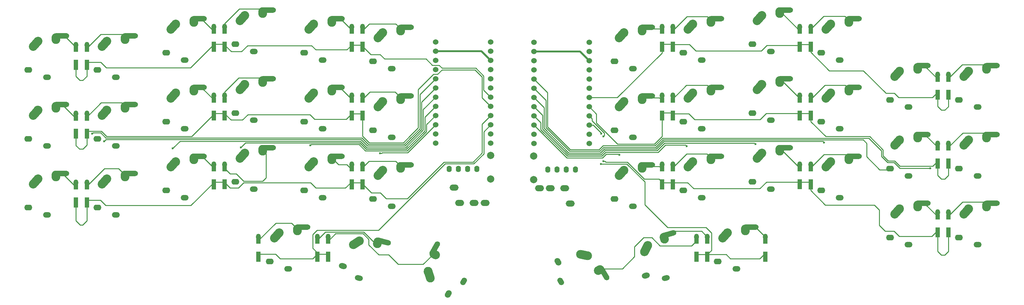
<source format=gbl>
%TF.GenerationSoftware,KiCad,Pcbnew,(6.0.11)*%
%TF.CreationDate,2023-01-31T22:09:30+01:00*%
%TF.ProjectId,corne-light,636f726e-652d-46c6-9967-68742e6b6963,2.0*%
%TF.SameCoordinates,Original*%
%TF.FileFunction,Copper,L2,Bot*%
%TF.FilePolarity,Positive*%
%FSLAX46Y46*%
G04 Gerber Fmt 4.6, Leading zero omitted, Abs format (unit mm)*
G04 Created by KiCad (PCBNEW (6.0.11)) date 2023-01-31 22:09:30*
%MOMM*%
%LPD*%
G01*
G04 APERTURE LIST*
G04 Aperture macros list*
%AMHorizOval*
0 Thick line with rounded ends*
0 $1 width*
0 $2 $3 position (X,Y) of the first rounded end (center of the circle)*
0 $4 $5 position (X,Y) of the second rounded end (center of the circle)*
0 Add line between two ends*
20,1,$1,$2,$3,$4,$5,0*
0 Add two circle primitives to create the rounded ends*
1,1,$1,$2,$3*
1,1,$1,$4,$5*%
G04 Aperture macros list end*
%TA.AperFunction,SMDPad,CuDef*%
%ADD10R,1.300000X1.400000*%
%TD*%
%TA.AperFunction,ComponentPad*%
%ADD11O,1.300000X1.778000*%
%TD*%
%TA.AperFunction,ComponentPad*%
%ADD12R,1.300000X1.778000*%
%TD*%
%TA.AperFunction,ComponentPad*%
%ADD13O,1.397000X1.778000*%
%TD*%
%TA.AperFunction,ComponentPad*%
%ADD14O,2.500000X1.700000*%
%TD*%
%TA.AperFunction,ComponentPad*%
%ADD15C,2.000000*%
%TD*%
%TA.AperFunction,ComponentPad*%
%ADD16HorizOval,2.400000X-0.978148X0.207912X0.978148X-0.207912X0*%
%TD*%
%TA.AperFunction,ComponentPad*%
%ADD17HorizOval,2.400000X-0.238157X-0.137500X0.238157X0.137500X0*%
%TD*%
%TA.AperFunction,ComponentPad*%
%ADD18C,2.400000*%
%TD*%
%TA.AperFunction,ComponentPad*%
%ADD19HorizOval,1.500000X0.735931X-1.249362X-0.735931X1.249362X0*%
%TD*%
%TA.AperFunction,ComponentPad*%
%ADD20HorizOval,1.600000X0.150000X-0.259808X-0.150000X0.259808X0*%
%TD*%
%TA.AperFunction,ComponentPad*%
%ADD21HorizOval,1.500000X0.175000X-0.303109X-0.175000X0.303109X0*%
%TD*%
%TA.AperFunction,ComponentPad*%
%ADD22HorizOval,2.400000X-0.309017X0.951057X0.309017X-0.951057X0*%
%TD*%
%TA.AperFunction,ComponentPad*%
%ADD23HorizOval,2.400000X-0.238157X0.137500X0.238157X-0.137500X0*%
%TD*%
%TA.AperFunction,ComponentPad*%
%ADD24HorizOval,1.500000X0.714014X1.262016X-0.714014X-1.262016X0*%
%TD*%
%TA.AperFunction,ComponentPad*%
%ADD25HorizOval,1.600000X0.150000X0.259808X-0.150000X-0.259808X0*%
%TD*%
%TA.AperFunction,ComponentPad*%
%ADD26HorizOval,1.500000X0.175000X0.303109X-0.175000X-0.303109X0*%
%TD*%
%TA.AperFunction,ComponentPad*%
%ADD27HorizOval,2.400000X-0.669131X-0.743145X0.669131X0.743145X0*%
%TD*%
%TA.AperFunction,ComponentPad*%
%ADD28O,2.400000X2.950000*%
%TD*%
%TA.AperFunction,ComponentPad*%
%ADD29HorizOval,1.500000X1.449945X0.012653X-1.449945X-0.012653X0*%
%TD*%
%TA.AperFunction,ComponentPad*%
%ADD30O,2.200000X1.600000*%
%TD*%
%TA.AperFunction,ComponentPad*%
%ADD31O,2.200000X1.500000*%
%TD*%
%TA.AperFunction,ComponentPad*%
%ADD32HorizOval,2.400000X-0.453990X-0.891007X0.453990X0.891007X0*%
%TD*%
%TA.AperFunction,ComponentPad*%
%ADD33HorizOval,2.400000X-0.071175X0.265630X0.071175X-0.265630X0*%
%TD*%
%TA.AperFunction,ComponentPad*%
%ADD34HorizOval,1.500000X1.397264X0.387496X-1.397264X-0.387496X0*%
%TD*%
%TA.AperFunction,ComponentPad*%
%ADD35HorizOval,1.600000X0.289778X0.077646X-0.289778X-0.077646X0*%
%TD*%
%TA.AperFunction,ComponentPad*%
%ADD36HorizOval,1.500000X0.338074X0.090587X-0.338074X-0.090587X0*%
%TD*%
%TA.AperFunction,ComponentPad*%
%ADD37HorizOval,2.400000X-0.838671X-0.544639X0.838671X0.544639X0*%
%TD*%
%TA.AperFunction,ComponentPad*%
%ADD38HorizOval,2.400000X-0.071175X-0.265630X0.071175X0.265630X0*%
%TD*%
%TA.AperFunction,ComponentPad*%
%ADD39HorizOval,1.500000X1.403814X-0.363051X-1.403814X0.363051X0*%
%TD*%
%TA.AperFunction,ComponentPad*%
%ADD40HorizOval,1.600000X0.289778X-0.077646X-0.289778X0.077646X0*%
%TD*%
%TA.AperFunction,ComponentPad*%
%ADD41HorizOval,1.500000X0.338074X-0.090587X-0.338074X0.090587X0*%
%TD*%
%TA.AperFunction,ComponentPad*%
%ADD42C,1.524000*%
%TD*%
%TA.AperFunction,ViaPad*%
%ADD43C,0.600000*%
%TD*%
%TA.AperFunction,Conductor*%
%ADD44C,0.254000*%
%TD*%
%TA.AperFunction,Conductor*%
%ADD45C,0.250000*%
%TD*%
%TA.AperFunction,Conductor*%
%ADD46C,0.508000*%
%TD*%
G04 APERTURE END LIST*
D10*
%TO.P,D13,2*%
%TO.N,Net-(D13-Pad2)*%
X30187500Y-82141875D03*
%TO.P,D13,1*%
%TO.N,row2*%
X30187500Y-85691875D03*
D11*
%TO.P,D13,2*%
%TO.N,Net-(D13-Pad2)*%
X30187500Y-80916875D03*
D12*
%TO.P,D13,1*%
%TO.N,row2*%
X30187500Y-86916875D03*
%TD*%
D10*
%TO.P,D14,2*%
%TO.N,Net-(D14-Pad2)*%
X33187500Y-82145000D03*
%TO.P,D14,1*%
%TO.N,row2*%
X33187500Y-85695000D03*
D11*
%TO.P,D14,2*%
%TO.N,Net-(D14-Pad2)*%
X33187500Y-80920000D03*
D12*
%TO.P,D14,1*%
%TO.N,row2*%
X33187500Y-86920000D03*
%TD*%
D10*
%TO.P,D34,2*%
%TO.N,Net-(D34-Pad2)*%
X270640700Y-90393900D03*
%TO.P,D34,1*%
%TO.N,row2_r*%
X270640700Y-93943900D03*
D11*
%TO.P,D34,2*%
%TO.N,Net-(D34-Pad2)*%
X270640700Y-89168900D03*
D12*
%TO.P,D34,1*%
%TO.N,row2_r*%
X270640700Y-95168900D03*
%TD*%
D10*
%TO.P,D12,2*%
%TO.N,Net-(D12-Pad2)*%
X109187500Y-58145000D03*
%TO.P,D12,1*%
%TO.N,row1*%
X109187500Y-61695000D03*
D11*
%TO.P,D12,2*%
%TO.N,Net-(D12-Pad2)*%
X109187500Y-56920000D03*
D12*
%TO.P,D12,1*%
%TO.N,row1*%
X109187500Y-62920000D03*
%TD*%
D10*
%TO.P,D33,2*%
%TO.N,Net-(D33-Pad2)*%
X191684847Y-58145432D03*
%TO.P,D33,1*%
%TO.N,row1_r*%
X191684847Y-61695432D03*
D11*
%TO.P,D33,2*%
%TO.N,Net-(D33-Pad2)*%
X191684847Y-56920432D03*
D12*
%TO.P,D33,1*%
%TO.N,row1_r*%
X191684847Y-62920432D03*
%TD*%
D10*
%TO.P,D32,2*%
%TO.N,Net-(D32-Pad2)*%
X194684847Y-58145432D03*
%TO.P,D32,1*%
%TO.N,row1_r*%
X194684847Y-61695432D03*
D11*
%TO.P,D32,2*%
%TO.N,Net-(D32-Pad2)*%
X194684847Y-56920432D03*
D12*
%TO.P,D32,1*%
%TO.N,row1_r*%
X194684847Y-62920432D03*
%TD*%
D10*
%TO.P,D31,2*%
%TO.N,Net-(D31-Pad2)*%
X229684847Y-58140432D03*
%TO.P,D31,1*%
%TO.N,row1_r*%
X229684847Y-61690432D03*
D11*
%TO.P,D31,2*%
%TO.N,Net-(D31-Pad2)*%
X229684847Y-56915432D03*
D12*
%TO.P,D31,1*%
%TO.N,row1_r*%
X229684847Y-62915432D03*
%TD*%
D10*
%TO.P,D30,2*%
%TO.N,Net-(D30-Pad2)*%
X232684847Y-58145432D03*
%TO.P,D30,1*%
%TO.N,row1_r*%
X232684847Y-61695432D03*
D11*
%TO.P,D30,2*%
%TO.N,Net-(D30-Pad2)*%
X232684847Y-56920432D03*
D12*
%TO.P,D30,1*%
%TO.N,row1_r*%
X232684847Y-62920432D03*
%TD*%
D10*
%TO.P,D29,2*%
%TO.N,Net-(D29-Pad2)*%
X267640700Y-71393900D03*
%TO.P,D29,1*%
%TO.N,row1_r*%
X267640700Y-74943900D03*
D11*
%TO.P,D29,2*%
%TO.N,Net-(D29-Pad2)*%
X267640700Y-70168900D03*
D12*
%TO.P,D29,1*%
%TO.N,row1_r*%
X267640700Y-76168900D03*
%TD*%
D10*
%TO.P,D28,2*%
%TO.N,Net-(D28-Pad2)*%
X270640700Y-71393900D03*
%TO.P,D28,1*%
%TO.N,row1_r*%
X270640700Y-74943900D03*
D11*
%TO.P,D28,2*%
%TO.N,Net-(D28-Pad2)*%
X270640700Y-70168900D03*
D12*
%TO.P,D28,1*%
%TO.N,row1_r*%
X270640700Y-76168900D03*
%TD*%
D10*
%TO.P,D27,2*%
%TO.N,Net-(D27-Pad2)*%
X191684847Y-39145432D03*
%TO.P,D27,1*%
%TO.N,row0_r*%
X191684847Y-42695432D03*
D11*
%TO.P,D27,2*%
%TO.N,Net-(D27-Pad2)*%
X191684847Y-37920432D03*
D12*
%TO.P,D27,1*%
%TO.N,row0_r*%
X191684847Y-43920432D03*
%TD*%
D10*
%TO.P,D26,2*%
%TO.N,Net-(D26-Pad2)*%
X194684847Y-39145432D03*
%TO.P,D26,1*%
%TO.N,row0_r*%
X194684847Y-42695432D03*
D11*
%TO.P,D26,2*%
%TO.N,Net-(D26-Pad2)*%
X194684847Y-37920432D03*
D12*
%TO.P,D26,1*%
%TO.N,row0_r*%
X194684847Y-43920432D03*
%TD*%
D10*
%TO.P,D25,2*%
%TO.N,Net-(D25-Pad2)*%
X229684847Y-39140432D03*
%TO.P,D25,1*%
%TO.N,row0_r*%
X229684847Y-42690432D03*
D11*
%TO.P,D25,2*%
%TO.N,Net-(D25-Pad2)*%
X229684847Y-37915432D03*
D12*
%TO.P,D25,1*%
%TO.N,row0_r*%
X229684847Y-43915432D03*
%TD*%
D10*
%TO.P,D24,2*%
%TO.N,Net-(D24-Pad2)*%
X232684847Y-39145432D03*
%TO.P,D24,1*%
%TO.N,row0_r*%
X232684847Y-42695432D03*
D11*
%TO.P,D24,2*%
%TO.N,Net-(D24-Pad2)*%
X232684847Y-37920432D03*
D12*
%TO.P,D24,1*%
%TO.N,row0_r*%
X232684847Y-43920432D03*
%TD*%
D10*
%TO.P,D23,2*%
%TO.N,Net-(D23-Pad2)*%
X267640700Y-52393900D03*
%TO.P,D23,1*%
%TO.N,row0_r*%
X267640700Y-55943900D03*
D11*
%TO.P,D23,2*%
%TO.N,Net-(D23-Pad2)*%
X267640700Y-51168900D03*
D12*
%TO.P,D23,1*%
%TO.N,row0_r*%
X267640700Y-57168900D03*
%TD*%
D10*
%TO.P,D22,2*%
%TO.N,Net-(D22-Pad2)*%
X270640700Y-52393900D03*
%TO.P,D22,1*%
%TO.N,row0_r*%
X270640700Y-55943900D03*
D11*
%TO.P,D22,2*%
%TO.N,Net-(D22-Pad2)*%
X270640700Y-51168900D03*
D12*
%TO.P,D22,1*%
%TO.N,row0_r*%
X270640700Y-57168900D03*
%TD*%
D10*
%TO.P,D42,2*%
%TO.N,Net-(D42-Pad2)*%
X201194847Y-97140432D03*
%TO.P,D42,1*%
%TO.N,row3_r*%
X201194847Y-100690432D03*
D11*
%TO.P,D42,2*%
%TO.N,Net-(D42-Pad2)*%
X201194847Y-95915432D03*
D12*
%TO.P,D42,1*%
%TO.N,row3_r*%
X201194847Y-101915432D03*
%TD*%
D10*
%TO.P,D41,2*%
%TO.N,Net-(D41-Pad2)*%
X204194847Y-97140432D03*
%TO.P,D41,1*%
%TO.N,row3_r*%
X204194847Y-100690432D03*
D11*
%TO.P,D41,2*%
%TO.N,Net-(D41-Pad2)*%
X204194847Y-95915432D03*
D12*
%TO.P,D41,1*%
%TO.N,row3_r*%
X204194847Y-101915432D03*
%TD*%
D10*
%TO.P,D40,2*%
%TO.N,Net-(D40-Pad2)*%
X220184847Y-97155432D03*
%TO.P,D40,1*%
%TO.N,row3_r*%
X220184847Y-100705432D03*
D11*
%TO.P,D40,2*%
%TO.N,Net-(D40-Pad2)*%
X220184847Y-95930432D03*
D12*
%TO.P,D40,1*%
%TO.N,row3_r*%
X220184847Y-101930432D03*
%TD*%
D10*
%TO.P,D39,2*%
%TO.N,Net-(D39-Pad2)*%
X191684847Y-77145432D03*
%TO.P,D39,1*%
%TO.N,row2_r*%
X191684847Y-80695432D03*
D11*
%TO.P,D39,2*%
%TO.N,Net-(D39-Pad2)*%
X191684847Y-75920432D03*
D12*
%TO.P,D39,1*%
%TO.N,row2_r*%
X191684847Y-81920432D03*
%TD*%
D10*
%TO.P,D38,2*%
%TO.N,Net-(D38-Pad2)*%
X194684847Y-77145432D03*
%TO.P,D38,1*%
%TO.N,row2_r*%
X194684847Y-80695432D03*
D11*
%TO.P,D38,2*%
%TO.N,Net-(D38-Pad2)*%
X194684847Y-75920432D03*
D12*
%TO.P,D38,1*%
%TO.N,row2_r*%
X194684847Y-81920432D03*
%TD*%
D10*
%TO.P,D37,2*%
%TO.N,Net-(D37-Pad2)*%
X229684847Y-77140432D03*
%TO.P,D37,1*%
%TO.N,row2_r*%
X229684847Y-80690432D03*
D11*
%TO.P,D37,2*%
%TO.N,Net-(D37-Pad2)*%
X229684847Y-75915432D03*
D12*
%TO.P,D37,1*%
%TO.N,row2_r*%
X229684847Y-81915432D03*
%TD*%
D10*
%TO.P,D36,2*%
%TO.N,Net-(D36-Pad2)*%
X232684847Y-77145432D03*
%TO.P,D36,1*%
%TO.N,row2_r*%
X232684847Y-80695432D03*
D11*
%TO.P,D36,2*%
%TO.N,Net-(D36-Pad2)*%
X232684847Y-75920432D03*
D12*
%TO.P,D36,1*%
%TO.N,row2_r*%
X232684847Y-81920432D03*
%TD*%
D10*
%TO.P,D35,2*%
%TO.N,Net-(D35-Pad2)*%
X267640700Y-90393900D03*
%TO.P,D35,1*%
%TO.N,row2_r*%
X267640700Y-93943900D03*
D11*
%TO.P,D35,2*%
%TO.N,Net-(D35-Pad2)*%
X267640700Y-89168900D03*
D12*
%TO.P,D35,1*%
%TO.N,row2_r*%
X267640700Y-95168900D03*
%TD*%
D10*
%TO.P,D1,2*%
%TO.N,Net-(D1-Pad2)*%
X30187500Y-44141875D03*
%TO.P,D1,1*%
%TO.N,row0*%
X30187500Y-47691875D03*
D11*
%TO.P,D1,2*%
%TO.N,Net-(D1-Pad2)*%
X30187500Y-42916875D03*
D12*
%TO.P,D1,1*%
%TO.N,row0*%
X30187500Y-48916875D03*
%TD*%
D10*
%TO.P,D2,2*%
%TO.N,Net-(D2-Pad2)*%
X33187500Y-44145000D03*
%TO.P,D2,1*%
%TO.N,row0*%
X33187500Y-47695000D03*
D11*
%TO.P,D2,2*%
%TO.N,Net-(D2-Pad2)*%
X33187500Y-42920000D03*
D12*
%TO.P,D2,1*%
%TO.N,row0*%
X33187500Y-48920000D03*
%TD*%
D10*
%TO.P,D3,2*%
%TO.N,Net-(D3-Pad2)*%
X68187500Y-39145000D03*
%TO.P,D3,1*%
%TO.N,row0*%
X68187500Y-42695000D03*
D11*
%TO.P,D3,2*%
%TO.N,Net-(D3-Pad2)*%
X68187500Y-37920000D03*
D12*
%TO.P,D3,1*%
%TO.N,row0*%
X68187500Y-43920000D03*
%TD*%
D10*
%TO.P,D4,2*%
%TO.N,Net-(D4-Pad2)*%
X71187500Y-39140000D03*
%TO.P,D4,1*%
%TO.N,row0*%
X71187500Y-42690000D03*
D11*
%TO.P,D4,2*%
%TO.N,Net-(D4-Pad2)*%
X71187500Y-37915000D03*
D12*
%TO.P,D4,1*%
%TO.N,row0*%
X71187500Y-43915000D03*
%TD*%
D10*
%TO.P,D5,2*%
%TO.N,Net-(D5-Pad2)*%
X106187500Y-39145000D03*
%TO.P,D5,1*%
%TO.N,row0*%
X106187500Y-42695000D03*
D11*
%TO.P,D5,2*%
%TO.N,Net-(D5-Pad2)*%
X106187500Y-37920000D03*
D12*
%TO.P,D5,1*%
%TO.N,row0*%
X106187500Y-43920000D03*
%TD*%
D10*
%TO.P,D6,2*%
%TO.N,Net-(D6-Pad2)*%
X109187500Y-39145000D03*
%TO.P,D6,1*%
%TO.N,row0*%
X109187500Y-42695000D03*
D11*
%TO.P,D6,2*%
%TO.N,Net-(D6-Pad2)*%
X109187500Y-37920000D03*
D12*
%TO.P,D6,1*%
%TO.N,row0*%
X109187500Y-43920000D03*
%TD*%
D10*
%TO.P,D7,2*%
%TO.N,Net-(D7-Pad2)*%
X30187500Y-63141875D03*
%TO.P,D7,1*%
%TO.N,row1*%
X30187500Y-66691875D03*
D11*
%TO.P,D7,2*%
%TO.N,Net-(D7-Pad2)*%
X30187500Y-61916875D03*
D12*
%TO.P,D7,1*%
%TO.N,row1*%
X30187500Y-67916875D03*
%TD*%
D10*
%TO.P,D8,2*%
%TO.N,Net-(D8-Pad2)*%
X33187500Y-63145000D03*
%TO.P,D8,1*%
%TO.N,row1*%
X33187500Y-66695000D03*
D11*
%TO.P,D8,2*%
%TO.N,Net-(D8-Pad2)*%
X33187500Y-61920000D03*
D12*
%TO.P,D8,1*%
%TO.N,row1*%
X33187500Y-67920000D03*
%TD*%
D10*
%TO.P,D9,2*%
%TO.N,Net-(D9-Pad2)*%
X68187500Y-58145000D03*
%TO.P,D9,1*%
%TO.N,row1*%
X68187500Y-61695000D03*
D11*
%TO.P,D9,2*%
%TO.N,Net-(D9-Pad2)*%
X68187500Y-56920000D03*
D12*
%TO.P,D9,1*%
%TO.N,row1*%
X68187500Y-62920000D03*
%TD*%
D10*
%TO.P,D10,2*%
%TO.N,Net-(D10-Pad2)*%
X71187500Y-58140000D03*
%TO.P,D10,1*%
%TO.N,row1*%
X71187500Y-61690000D03*
D11*
%TO.P,D10,2*%
%TO.N,Net-(D10-Pad2)*%
X71187500Y-56915000D03*
D12*
%TO.P,D10,1*%
%TO.N,row1*%
X71187500Y-62915000D03*
%TD*%
D10*
%TO.P,D11,2*%
%TO.N,Net-(D11-Pad2)*%
X106187500Y-58145000D03*
%TO.P,D11,1*%
%TO.N,row1*%
X106187500Y-61695000D03*
D11*
%TO.P,D11,2*%
%TO.N,Net-(D11-Pad2)*%
X106187500Y-56920000D03*
D12*
%TO.P,D11,1*%
%TO.N,row1*%
X106187500Y-62920000D03*
%TD*%
D10*
%TO.P,D15,2*%
%TO.N,Net-(D15-Pad2)*%
X68187500Y-77145000D03*
%TO.P,D15,1*%
%TO.N,row2*%
X68187500Y-80695000D03*
D11*
%TO.P,D15,2*%
%TO.N,Net-(D15-Pad2)*%
X68187500Y-75920000D03*
D12*
%TO.P,D15,1*%
%TO.N,row2*%
X68187500Y-81920000D03*
%TD*%
D10*
%TO.P,D16,2*%
%TO.N,Net-(D16-Pad2)*%
X71187500Y-77140000D03*
%TO.P,D16,1*%
%TO.N,row2*%
X71187500Y-80690000D03*
D11*
%TO.P,D16,2*%
%TO.N,Net-(D16-Pad2)*%
X71187500Y-75915000D03*
D12*
%TO.P,D16,1*%
%TO.N,row2*%
X71187500Y-81915000D03*
%TD*%
D10*
%TO.P,D17,2*%
%TO.N,Net-(D17-Pad2)*%
X106187500Y-77145000D03*
%TO.P,D17,1*%
%TO.N,row2*%
X106187500Y-80695000D03*
D11*
%TO.P,D17,2*%
%TO.N,Net-(D17-Pad2)*%
X106187500Y-75920000D03*
D12*
%TO.P,D17,1*%
%TO.N,row2*%
X106187500Y-81920000D03*
%TD*%
D10*
%TO.P,D18,2*%
%TO.N,Net-(D18-Pad2)*%
X109187500Y-77145000D03*
%TO.P,D18,1*%
%TO.N,row2*%
X109187500Y-80695000D03*
D11*
%TO.P,D18,2*%
%TO.N,Net-(D18-Pad2)*%
X109187500Y-75920000D03*
D12*
%TO.P,D18,1*%
%TO.N,row2*%
X109187500Y-81920000D03*
%TD*%
D10*
%TO.P,D19,2*%
%TO.N,Net-(D19-Pad2)*%
X80507500Y-97135000D03*
%TO.P,D19,1*%
%TO.N,row3*%
X80507500Y-100685000D03*
D11*
%TO.P,D19,2*%
%TO.N,Net-(D19-Pad2)*%
X80507500Y-95910000D03*
D12*
%TO.P,D19,1*%
%TO.N,row3*%
X80507500Y-101910000D03*
%TD*%
D10*
%TO.P,D20,2*%
%TO.N,Net-(D20-Pad2)*%
X96687500Y-97130000D03*
%TO.P,D20,1*%
%TO.N,row3*%
X96687500Y-100680000D03*
D11*
%TO.P,D20,2*%
%TO.N,Net-(D20-Pad2)*%
X96687500Y-95905000D03*
D12*
%TO.P,D20,1*%
%TO.N,row3*%
X96687500Y-101905000D03*
%TD*%
D10*
%TO.P,D21,2*%
%TO.N,Net-(D21-Pad2)*%
X99687500Y-97130000D03*
%TO.P,D21,1*%
%TO.N,row3*%
X99687500Y-100680000D03*
D11*
%TO.P,D21,2*%
%TO.N,Net-(D21-Pad2)*%
X99687500Y-95905000D03*
D12*
%TO.P,D21,1*%
%TO.N,row3*%
X99687500Y-101905000D03*
%TD*%
D13*
%TO.P,J7,4*%
%TO.N,GNDA*%
X167877500Y-77310000D03*
%TO.P,J7,3*%
%TO.N,VDD*%
X165337500Y-77310000D03*
%TO.P,J7,2*%
%TO.N,SCL_r*%
X162797500Y-77310000D03*
%TO.P,J7,1*%
%TO.N,SDA_r*%
X160257500Y-77310000D03*
%TD*%
%TO.P,J2,4*%
%TO.N,GND*%
X140648500Y-77168000D03*
%TO.P,J2,3*%
%TO.N,VCC*%
X138108500Y-77168000D03*
%TO.P,J2,2*%
%TO.N,SCL*%
X135568500Y-77168000D03*
%TO.P,J2,1*%
%TO.N,SDA*%
X133028500Y-77168000D03*
%TD*%
D14*
%TO.P,J6,A*%
%TO.N,Net-(J6-PadA)*%
X166407847Y-86665432D03*
%TO.P,J6,D*%
%TO.N,VDD*%
X164907847Y-82465432D03*
%TO.P,J6,C*%
%TO.N,GNDA*%
X160907847Y-82465432D03*
%TO.P,J6,B*%
%TO.N,data_r*%
X157907847Y-82465432D03*
%TD*%
%TO.P,J1,A*%
%TO.N,Net-(J1-PadA)*%
X134414500Y-82332000D03*
%TO.P,J1,D*%
%TO.N,VCC*%
X135914500Y-86532000D03*
%TO.P,J1,C*%
%TO.N,GND*%
X139914500Y-86532000D03*
%TO.P,J1,B*%
%TO.N,data*%
X142914500Y-86532000D03*
%TD*%
D15*
%TO.P,RSW2,2*%
%TO.N,GNDA*%
X156374847Y-73567432D03*
%TO.P,RSW2,1*%
%TO.N,reset_r*%
X156374847Y-80067432D03*
%TD*%
%TO.P,RSW1,2*%
%TO.N,GND*%
X144504500Y-73421000D03*
%TO.P,RSW1,1*%
%TO.N,reset*%
X144504500Y-79921000D03*
%TD*%
D16*
%TO.P,SW42,1*%
%TO.N,col5_r*%
X170221360Y-100937447D03*
D17*
%TO.P,SW42,2*%
%TO.N,Net-(D42-Pad2)*%
X174341769Y-105060496D03*
D18*
%TO.P,SW42,1*%
%TO.N,col5_r*%
X171148949Y-101130368D03*
D19*
%TO.P,SW42,2*%
%TO.N,Net-(D42-Pad2)*%
X175682996Y-105902767D03*
D20*
%TO.P,SW42,1*%
%TO.N,col5_r*%
X163007348Y-102828702D03*
D21*
%TO.P,SW42,2*%
%TO.N,Net-(D42-Pad2)*%
X163825297Y-108245432D03*
%TD*%
D22*
%TO.P,SW21,1*%
%TO.N,col5*%
X127520118Y-106359840D03*
D23*
%TO.P,SW21,2*%
%TO.N,Net-(D21-Pad2)*%
X129030578Y-100729936D03*
D18*
%TO.P,SW21,1*%
%TO.N,col5*%
X127223398Y-105460064D03*
D24*
%TO.P,SW21,2*%
%TO.N,Net-(D21-Pad2)*%
X129089393Y-99147264D03*
D25*
%TO.P,SW21,1*%
%TO.N,col5*%
X132764999Y-111661730D03*
D26*
%TO.P,SW21,2*%
%TO.N,Net-(D21-Pad2)*%
X137047050Y-108245000D03*
%TD*%
D27*
%TO.P,SW18,1*%
%TO.N,col5*%
X114056631Y-78251855D03*
D28*
%TO.P,SW18,2*%
%TO.N,Net-(D18-Pad2)*%
X119687500Y-76745000D03*
D18*
%TO.P,SW18,1*%
%TO.N,col5*%
X114687500Y-77545000D03*
D29*
%TO.P,SW18,2*%
%TO.N,Net-(D18-Pad2)*%
X121087542Y-76004599D03*
D30*
%TO.P,SW18,1*%
%TO.N,col5*%
X112087500Y-85445000D03*
D31*
%TO.P,SW18,2*%
%TO.N,Net-(D18-Pad2)*%
X117187500Y-87445000D03*
%TD*%
D27*
%TO.P,SW32,1*%
%TO.N,col4_r*%
X199553978Y-56877287D03*
D28*
%TO.P,SW32,2*%
%TO.N,Net-(D32-Pad2)*%
X205184847Y-55370432D03*
D18*
%TO.P,SW32,1*%
%TO.N,col4_r*%
X200184847Y-56170432D03*
D29*
%TO.P,SW32,2*%
%TO.N,Net-(D32-Pad2)*%
X206584889Y-54630031D03*
D30*
%TO.P,SW32,1*%
%TO.N,col4_r*%
X197584847Y-64070432D03*
D31*
%TO.P,SW32,2*%
%TO.N,Net-(D32-Pad2)*%
X202684847Y-66070432D03*
%TD*%
D27*
%TO.P,SW11,1*%
%TO.N,col4*%
X95056631Y-56876855D03*
D28*
%TO.P,SW11,2*%
%TO.N,Net-(D11-Pad2)*%
X100687500Y-55370000D03*
D18*
%TO.P,SW11,1*%
%TO.N,col4*%
X95687500Y-56170000D03*
D29*
%TO.P,SW11,2*%
%TO.N,Net-(D11-Pad2)*%
X102087542Y-54629599D03*
D30*
%TO.P,SW11,1*%
%TO.N,col4*%
X93087500Y-64070000D03*
D31*
%TO.P,SW11,2*%
%TO.N,Net-(D11-Pad2)*%
X98187500Y-66070000D03*
%TD*%
D27*
%TO.P,SW33,1*%
%TO.N,col5_r*%
X180553978Y-59252287D03*
D28*
%TO.P,SW33,2*%
%TO.N,Net-(D33-Pad2)*%
X186184847Y-57745432D03*
D18*
%TO.P,SW33,1*%
%TO.N,col5_r*%
X181184847Y-58545432D03*
D29*
%TO.P,SW33,2*%
%TO.N,Net-(D33-Pad2)*%
X187584889Y-57005031D03*
D30*
%TO.P,SW33,1*%
%TO.N,col5_r*%
X178584847Y-66445432D03*
D31*
%TO.P,SW33,2*%
%TO.N,Net-(D33-Pad2)*%
X183684847Y-68445432D03*
%TD*%
D32*
%TO.P,SW41,1*%
%TO.N,col4_r*%
X187308330Y-99174827D03*
D33*
%TO.P,SW41,2*%
%TO.N,Net-(D41-Pad2)*%
X192357330Y-96261940D03*
D18*
%TO.P,SW41,1*%
%TO.N,col4_r*%
X187734756Y-98328776D03*
D34*
%TO.P,SW41,2*%
%TO.N,Net-(D41-Pad2)*%
X193518037Y-95184410D03*
D35*
%TO.P,SW41,1*%
%TO.N,col4_r*%
X187268020Y-106632520D03*
D36*
%TO.P,SW41,2*%
%TO.N,Net-(D41-Pad2)*%
X192711879Y-107244394D03*
%TD*%
D27*
%TO.P,SW8,1*%
%TO.N,col1*%
X38056631Y-61626855D03*
D28*
%TO.P,SW8,2*%
%TO.N,Net-(D8-Pad2)*%
X43687500Y-60120000D03*
D18*
%TO.P,SW8,1*%
%TO.N,col1*%
X38687500Y-60920000D03*
D29*
%TO.P,SW8,2*%
%TO.N,Net-(D8-Pad2)*%
X45087542Y-59379599D03*
D30*
%TO.P,SW8,1*%
%TO.N,col1*%
X36087500Y-68820000D03*
D31*
%TO.P,SW8,2*%
%TO.N,Net-(D8-Pad2)*%
X41187500Y-70820000D03*
%TD*%
D27*
%TO.P,SW7,1*%
%TO.N,col0*%
X19056631Y-61626855D03*
D28*
%TO.P,SW7,2*%
%TO.N,Net-(D7-Pad2)*%
X24687500Y-60120000D03*
D18*
%TO.P,SW7,1*%
%TO.N,col0*%
X19687500Y-60920000D03*
D29*
%TO.P,SW7,2*%
%TO.N,Net-(D7-Pad2)*%
X26087542Y-59379599D03*
D30*
%TO.P,SW7,1*%
%TO.N,col0*%
X17087500Y-68820000D03*
D31*
%TO.P,SW7,2*%
%TO.N,Net-(D7-Pad2)*%
X22187500Y-70820000D03*
%TD*%
D27*
%TO.P,SW1,1*%
%TO.N,col0*%
X19056631Y-42626855D03*
D28*
%TO.P,SW1,2*%
%TO.N,Net-(D1-Pad2)*%
X24687500Y-41120000D03*
D18*
%TO.P,SW1,1*%
%TO.N,col0*%
X19687500Y-41920000D03*
D29*
%TO.P,SW1,2*%
%TO.N,Net-(D1-Pad2)*%
X26087542Y-40379599D03*
D30*
%TO.P,SW1,1*%
%TO.N,col0*%
X17087500Y-49820000D03*
D31*
%TO.P,SW1,2*%
%TO.N,Net-(D1-Pad2)*%
X22187500Y-51820000D03*
%TD*%
D27*
%TO.P,SW2,1*%
%TO.N,col1*%
X38056631Y-42626855D03*
D28*
%TO.P,SW2,2*%
%TO.N,Net-(D2-Pad2)*%
X43687500Y-41120000D03*
D18*
%TO.P,SW2,1*%
%TO.N,col1*%
X38687500Y-41920000D03*
D29*
%TO.P,SW2,2*%
%TO.N,Net-(D2-Pad2)*%
X45087542Y-40379599D03*
D30*
%TO.P,SW2,1*%
%TO.N,col1*%
X36087500Y-49820000D03*
D31*
%TO.P,SW2,2*%
%TO.N,Net-(D2-Pad2)*%
X41187500Y-51820000D03*
%TD*%
D27*
%TO.P,SW37,1*%
%TO.N,col3_r*%
X218553978Y-73502287D03*
D28*
%TO.P,SW37,2*%
%TO.N,Net-(D37-Pad2)*%
X224184847Y-71995432D03*
D18*
%TO.P,SW37,1*%
%TO.N,col3_r*%
X219184847Y-72795432D03*
D29*
%TO.P,SW37,2*%
%TO.N,Net-(D37-Pad2)*%
X225584889Y-71255031D03*
D30*
%TO.P,SW37,1*%
%TO.N,col3_r*%
X216584847Y-80695432D03*
D31*
%TO.P,SW37,2*%
%TO.N,Net-(D37-Pad2)*%
X221684847Y-82695432D03*
%TD*%
D27*
%TO.P,SW9,1*%
%TO.N,col2*%
X57056631Y-56876855D03*
D28*
%TO.P,SW9,2*%
%TO.N,Net-(D9-Pad2)*%
X62687500Y-55370000D03*
D18*
%TO.P,SW9,1*%
%TO.N,col2*%
X57687500Y-56170000D03*
D29*
%TO.P,SW9,2*%
%TO.N,Net-(D9-Pad2)*%
X64087542Y-54629599D03*
D30*
%TO.P,SW9,1*%
%TO.N,col2*%
X55087500Y-64070000D03*
D31*
%TO.P,SW9,2*%
%TO.N,Net-(D9-Pad2)*%
X60187500Y-66070000D03*
%TD*%
D27*
%TO.P,SW26,1*%
%TO.N,col4_r*%
X199553978Y-37877287D03*
D28*
%TO.P,SW26,2*%
%TO.N,Net-(D26-Pad2)*%
X205184847Y-36370432D03*
D18*
%TO.P,SW26,1*%
%TO.N,col4_r*%
X200184847Y-37170432D03*
D29*
%TO.P,SW26,2*%
%TO.N,Net-(D26-Pad2)*%
X206584889Y-35630031D03*
D30*
%TO.P,SW26,1*%
%TO.N,col4_r*%
X197584847Y-45070432D03*
D31*
%TO.P,SW26,2*%
%TO.N,Net-(D26-Pad2)*%
X202684847Y-47070432D03*
%TD*%
D27*
%TO.P,SW3,1*%
%TO.N,col2*%
X57056631Y-37876855D03*
D28*
%TO.P,SW3,2*%
%TO.N,Net-(D3-Pad2)*%
X62687500Y-36370000D03*
D18*
%TO.P,SW3,1*%
%TO.N,col2*%
X57687500Y-37170000D03*
D29*
%TO.P,SW3,2*%
%TO.N,Net-(D3-Pad2)*%
X64087542Y-35629599D03*
D30*
%TO.P,SW3,1*%
%TO.N,col2*%
X55087500Y-45070000D03*
D31*
%TO.P,SW3,2*%
%TO.N,Net-(D3-Pad2)*%
X60187500Y-47070000D03*
%TD*%
D27*
%TO.P,SW14,1*%
%TO.N,col1*%
X38056631Y-80626855D03*
D28*
%TO.P,SW14,2*%
%TO.N,Net-(D14-Pad2)*%
X43687500Y-79120000D03*
D18*
%TO.P,SW14,1*%
%TO.N,col1*%
X38687500Y-79920000D03*
D29*
%TO.P,SW14,2*%
%TO.N,Net-(D14-Pad2)*%
X45087542Y-78379599D03*
D30*
%TO.P,SW14,1*%
%TO.N,col1*%
X36087500Y-87820000D03*
D31*
%TO.P,SW14,2*%
%TO.N,Net-(D14-Pad2)*%
X41187500Y-89820000D03*
%TD*%
D27*
%TO.P,SW27,1*%
%TO.N,col5_r*%
X180553978Y-40252287D03*
D28*
%TO.P,SW27,2*%
%TO.N,Net-(D27-Pad2)*%
X186184847Y-38745432D03*
D18*
%TO.P,SW27,1*%
%TO.N,col5_r*%
X181184847Y-39545432D03*
D29*
%TO.P,SW27,2*%
%TO.N,Net-(D27-Pad2)*%
X187584889Y-38005031D03*
D30*
%TO.P,SW27,1*%
%TO.N,col5_r*%
X178584847Y-47445432D03*
D31*
%TO.P,SW27,2*%
%TO.N,Net-(D27-Pad2)*%
X183684847Y-49445432D03*
%TD*%
D27*
%TO.P,SW12,1*%
%TO.N,col5*%
X114056631Y-59251855D03*
D28*
%TO.P,SW12,2*%
%TO.N,Net-(D12-Pad2)*%
X119687500Y-57745000D03*
D18*
%TO.P,SW12,1*%
%TO.N,col5*%
X114687500Y-58545000D03*
D29*
%TO.P,SW12,2*%
%TO.N,Net-(D12-Pad2)*%
X121087542Y-57004599D03*
D30*
%TO.P,SW12,1*%
%TO.N,col5*%
X112087500Y-66445000D03*
D31*
%TO.P,SW12,2*%
%TO.N,Net-(D12-Pad2)*%
X117187500Y-68445000D03*
%TD*%
D37*
%TO.P,SW20,1*%
%TO.N,col4*%
X107515641Y-97553738D03*
D38*
%TO.P,SW20,2*%
%TO.N,Net-(D20-Pad2)*%
X113344646Y-97555604D03*
D18*
%TO.P,SW20,1*%
%TO.N,col4*%
X108307962Y-97034249D03*
D39*
%TO.P,SW20,2*%
%TO.N,Net-(D20-Pad2)*%
X114888613Y-97202789D03*
D40*
%TO.P,SW20,1*%
%TO.N,col4*%
X103751884Y-103992134D03*
D41*
%TO.P,SW20,2*%
%TO.N,Net-(D20-Pad2)*%
X108160468Y-107243962D03*
%TD*%
D27*
%TO.P,SW10,1*%
%TO.N,col3*%
X76056631Y-54501855D03*
D28*
%TO.P,SW10,2*%
%TO.N,Net-(D10-Pad2)*%
X81687500Y-52995000D03*
D18*
%TO.P,SW10,1*%
%TO.N,col3*%
X76687500Y-53795000D03*
D29*
%TO.P,SW10,2*%
%TO.N,Net-(D10-Pad2)*%
X83087542Y-52254599D03*
D30*
%TO.P,SW10,1*%
%TO.N,col3*%
X74087500Y-61695000D03*
D31*
%TO.P,SW10,2*%
%TO.N,Net-(D10-Pad2)*%
X79187500Y-63695000D03*
%TD*%
D27*
%TO.P,SW15,1*%
%TO.N,col2*%
X57056631Y-75876855D03*
D28*
%TO.P,SW15,2*%
%TO.N,Net-(D15-Pad2)*%
X62687500Y-74370000D03*
D18*
%TO.P,SW15,1*%
%TO.N,col2*%
X57687500Y-75170000D03*
D29*
%TO.P,SW15,2*%
%TO.N,Net-(D15-Pad2)*%
X64087542Y-73629599D03*
D30*
%TO.P,SW15,1*%
%TO.N,col2*%
X55087500Y-83070000D03*
D31*
%TO.P,SW15,2*%
%TO.N,Net-(D15-Pad2)*%
X60187500Y-85070000D03*
%TD*%
D27*
%TO.P,SW16,1*%
%TO.N,col3*%
X76056631Y-73501855D03*
D28*
%TO.P,SW16,2*%
%TO.N,Net-(D16-Pad2)*%
X81687500Y-71995000D03*
D18*
%TO.P,SW16,1*%
%TO.N,col3*%
X76687500Y-72795000D03*
D29*
%TO.P,SW16,2*%
%TO.N,Net-(D16-Pad2)*%
X83087542Y-71254599D03*
D30*
%TO.P,SW16,1*%
%TO.N,col3*%
X74087500Y-80695000D03*
D31*
%TO.P,SW16,2*%
%TO.N,Net-(D16-Pad2)*%
X79187500Y-82695000D03*
%TD*%
D27*
%TO.P,SW17,1*%
%TO.N,col4*%
X95056631Y-75876855D03*
D28*
%TO.P,SW17,2*%
%TO.N,Net-(D17-Pad2)*%
X100687500Y-74370000D03*
D18*
%TO.P,SW17,1*%
%TO.N,col4*%
X95687500Y-75170000D03*
D29*
%TO.P,SW17,2*%
%TO.N,Net-(D17-Pad2)*%
X102087542Y-73629599D03*
D30*
%TO.P,SW17,1*%
%TO.N,col4*%
X93087500Y-83070000D03*
D31*
%TO.P,SW17,2*%
%TO.N,Net-(D17-Pad2)*%
X98187500Y-85070000D03*
%TD*%
D27*
%TO.P,SW19,1*%
%TO.N,col3*%
X85556631Y-95501855D03*
D28*
%TO.P,SW19,2*%
%TO.N,Net-(D19-Pad2)*%
X91187500Y-93995000D03*
D18*
%TO.P,SW19,1*%
%TO.N,col3*%
X86187500Y-94795000D03*
D29*
%TO.P,SW19,2*%
%TO.N,Net-(D19-Pad2)*%
X92587542Y-93254599D03*
D30*
%TO.P,SW19,1*%
%TO.N,col3*%
X83587500Y-102695000D03*
D31*
%TO.P,SW19,2*%
%TO.N,Net-(D19-Pad2)*%
X88687500Y-104695000D03*
%TD*%
D27*
%TO.P,SW13,1*%
%TO.N,col0*%
X19056631Y-80626855D03*
D28*
%TO.P,SW13,2*%
%TO.N,Net-(D13-Pad2)*%
X24687500Y-79120000D03*
D18*
%TO.P,SW13,1*%
%TO.N,col0*%
X19687500Y-79920000D03*
D29*
%TO.P,SW13,2*%
%TO.N,Net-(D13-Pad2)*%
X26087542Y-78379599D03*
D30*
%TO.P,SW13,1*%
%TO.N,col0*%
X17087500Y-87820000D03*
D31*
%TO.P,SW13,2*%
%TO.N,Net-(D13-Pad2)*%
X22187500Y-89820000D03*
%TD*%
D27*
%TO.P,SW39,1*%
%TO.N,col5_r*%
X180553978Y-78252287D03*
D28*
%TO.P,SW39,2*%
%TO.N,Net-(D39-Pad2)*%
X186184847Y-76745432D03*
D18*
%TO.P,SW39,1*%
%TO.N,col5_r*%
X181184847Y-77545432D03*
D29*
%TO.P,SW39,2*%
%TO.N,Net-(D39-Pad2)*%
X187584889Y-76005031D03*
D30*
%TO.P,SW39,1*%
%TO.N,col5_r*%
X178584847Y-85445432D03*
D31*
%TO.P,SW39,2*%
%TO.N,Net-(D39-Pad2)*%
X183684847Y-87445432D03*
%TD*%
D27*
%TO.P,SW28,1*%
%TO.N,col0_r*%
X275509831Y-69875755D03*
D28*
%TO.P,SW28,2*%
%TO.N,Net-(D28-Pad2)*%
X281140700Y-68368900D03*
D18*
%TO.P,SW28,1*%
%TO.N,col0_r*%
X276140700Y-69168900D03*
D29*
%TO.P,SW28,2*%
%TO.N,Net-(D28-Pad2)*%
X282540742Y-67628499D03*
D30*
%TO.P,SW28,1*%
%TO.N,col0_r*%
X273540700Y-77068900D03*
D31*
%TO.P,SW28,2*%
%TO.N,Net-(D28-Pad2)*%
X278640700Y-79068900D03*
%TD*%
D27*
%TO.P,SW23,1*%
%TO.N,col1_r*%
X256509831Y-50875755D03*
D28*
%TO.P,SW23,2*%
%TO.N,Net-(D23-Pad2)*%
X262140700Y-49368900D03*
D18*
%TO.P,SW23,1*%
%TO.N,col1_r*%
X257140700Y-50168900D03*
D29*
%TO.P,SW23,2*%
%TO.N,Net-(D23-Pad2)*%
X263540742Y-48628499D03*
D30*
%TO.P,SW23,1*%
%TO.N,col1_r*%
X254540700Y-58068900D03*
D31*
%TO.P,SW23,2*%
%TO.N,Net-(D23-Pad2)*%
X259640700Y-60068900D03*
%TD*%
D27*
%TO.P,SW40,1*%
%TO.N,col3_r*%
X209053978Y-95502287D03*
D28*
%TO.P,SW40,2*%
%TO.N,Net-(D40-Pad2)*%
X214684847Y-93995432D03*
D18*
%TO.P,SW40,1*%
%TO.N,col3_r*%
X209684847Y-94795432D03*
D29*
%TO.P,SW40,2*%
%TO.N,Net-(D40-Pad2)*%
X216084889Y-93255031D03*
D30*
%TO.P,SW40,1*%
%TO.N,col3_r*%
X207084847Y-102695432D03*
D31*
%TO.P,SW40,2*%
%TO.N,Net-(D40-Pad2)*%
X212184847Y-104695432D03*
%TD*%
D27*
%TO.P,SW38,1*%
%TO.N,col4_r*%
X199553978Y-75877287D03*
D28*
%TO.P,SW38,2*%
%TO.N,Net-(D38-Pad2)*%
X205184847Y-74370432D03*
D18*
%TO.P,SW38,1*%
%TO.N,col4_r*%
X200184847Y-75170432D03*
D29*
%TO.P,SW38,2*%
%TO.N,Net-(D38-Pad2)*%
X206584889Y-73630031D03*
D30*
%TO.P,SW38,1*%
%TO.N,col4_r*%
X197584847Y-83070432D03*
D31*
%TO.P,SW38,2*%
%TO.N,Net-(D38-Pad2)*%
X202684847Y-85070432D03*
%TD*%
D27*
%TO.P,SW36,1*%
%TO.N,col2_r*%
X237553978Y-75877287D03*
D28*
%TO.P,SW36,2*%
%TO.N,Net-(D36-Pad2)*%
X243184847Y-74370432D03*
D18*
%TO.P,SW36,1*%
%TO.N,col2_r*%
X238184847Y-75170432D03*
D29*
%TO.P,SW36,2*%
%TO.N,Net-(D36-Pad2)*%
X244584889Y-73630031D03*
D30*
%TO.P,SW36,1*%
%TO.N,col2_r*%
X235584847Y-83070432D03*
D31*
%TO.P,SW36,2*%
%TO.N,Net-(D36-Pad2)*%
X240684847Y-85070432D03*
%TD*%
D27*
%TO.P,SW35,1*%
%TO.N,col1_r*%
X256509831Y-88875755D03*
D28*
%TO.P,SW35,2*%
%TO.N,Net-(D35-Pad2)*%
X262140700Y-87368900D03*
D18*
%TO.P,SW35,1*%
%TO.N,col1_r*%
X257140700Y-88168900D03*
D29*
%TO.P,SW35,2*%
%TO.N,Net-(D35-Pad2)*%
X263540742Y-86628499D03*
D30*
%TO.P,SW35,1*%
%TO.N,col1_r*%
X254540700Y-96068900D03*
D31*
%TO.P,SW35,2*%
%TO.N,Net-(D35-Pad2)*%
X259640700Y-98068900D03*
%TD*%
D27*
%TO.P,SW34,1*%
%TO.N,col0_r*%
X275509831Y-88875755D03*
D28*
%TO.P,SW34,2*%
%TO.N,Net-(D34-Pad2)*%
X281140700Y-87368900D03*
D18*
%TO.P,SW34,1*%
%TO.N,col0_r*%
X276140700Y-88168900D03*
D29*
%TO.P,SW34,2*%
%TO.N,Net-(D34-Pad2)*%
X282540742Y-86628499D03*
D30*
%TO.P,SW34,1*%
%TO.N,col0_r*%
X273540700Y-96068900D03*
D31*
%TO.P,SW34,2*%
%TO.N,Net-(D34-Pad2)*%
X278640700Y-98068900D03*
%TD*%
D27*
%TO.P,SW31,1*%
%TO.N,col3_r*%
X218553978Y-54502287D03*
D28*
%TO.P,SW31,2*%
%TO.N,Net-(D31-Pad2)*%
X224184847Y-52995432D03*
D18*
%TO.P,SW31,1*%
%TO.N,col3_r*%
X219184847Y-53795432D03*
D29*
%TO.P,SW31,2*%
%TO.N,Net-(D31-Pad2)*%
X225584889Y-52255031D03*
D30*
%TO.P,SW31,1*%
%TO.N,col3_r*%
X216584847Y-61695432D03*
D31*
%TO.P,SW31,2*%
%TO.N,Net-(D31-Pad2)*%
X221684847Y-63695432D03*
%TD*%
D27*
%TO.P,SW30,1*%
%TO.N,col2_r*%
X237553978Y-56877287D03*
D28*
%TO.P,SW30,2*%
%TO.N,Net-(D30-Pad2)*%
X243184847Y-55370432D03*
D18*
%TO.P,SW30,1*%
%TO.N,col2_r*%
X238184847Y-56170432D03*
D29*
%TO.P,SW30,2*%
%TO.N,Net-(D30-Pad2)*%
X244584889Y-54630031D03*
D30*
%TO.P,SW30,1*%
%TO.N,col2_r*%
X235584847Y-64070432D03*
D31*
%TO.P,SW30,2*%
%TO.N,Net-(D30-Pad2)*%
X240684847Y-66070432D03*
%TD*%
D27*
%TO.P,SW29,1*%
%TO.N,col1_r*%
X256509831Y-69875755D03*
D28*
%TO.P,SW29,2*%
%TO.N,Net-(D29-Pad2)*%
X262140700Y-68368900D03*
D18*
%TO.P,SW29,1*%
%TO.N,col1_r*%
X257140700Y-69168900D03*
D29*
%TO.P,SW29,2*%
%TO.N,Net-(D29-Pad2)*%
X263540742Y-67628499D03*
D30*
%TO.P,SW29,1*%
%TO.N,col1_r*%
X254540700Y-77068900D03*
D31*
%TO.P,SW29,2*%
%TO.N,Net-(D29-Pad2)*%
X259640700Y-79068900D03*
%TD*%
D27*
%TO.P,SW25,1*%
%TO.N,col3_r*%
X218553978Y-35502287D03*
D28*
%TO.P,SW25,2*%
%TO.N,Net-(D25-Pad2)*%
X224184847Y-33995432D03*
D18*
%TO.P,SW25,1*%
%TO.N,col3_r*%
X219184847Y-34795432D03*
D29*
%TO.P,SW25,2*%
%TO.N,Net-(D25-Pad2)*%
X225584889Y-33255031D03*
D30*
%TO.P,SW25,1*%
%TO.N,col3_r*%
X216584847Y-42695432D03*
D31*
%TO.P,SW25,2*%
%TO.N,Net-(D25-Pad2)*%
X221684847Y-44695432D03*
%TD*%
D27*
%TO.P,SW24,1*%
%TO.N,col2_r*%
X237553978Y-37877287D03*
D28*
%TO.P,SW24,2*%
%TO.N,Net-(D24-Pad2)*%
X243184847Y-36370432D03*
D18*
%TO.P,SW24,1*%
%TO.N,col2_r*%
X238184847Y-37170432D03*
D29*
%TO.P,SW24,2*%
%TO.N,Net-(D24-Pad2)*%
X244584889Y-35630031D03*
D30*
%TO.P,SW24,1*%
%TO.N,col2_r*%
X235584847Y-45070432D03*
D31*
%TO.P,SW24,2*%
%TO.N,Net-(D24-Pad2)*%
X240684847Y-47070432D03*
%TD*%
D27*
%TO.P,SW22,1*%
%TO.N,col0_r*%
X275509831Y-50875755D03*
D28*
%TO.P,SW22,2*%
%TO.N,Net-(D22-Pad2)*%
X281140700Y-49368900D03*
D18*
%TO.P,SW22,1*%
%TO.N,col0_r*%
X276140700Y-50168900D03*
D29*
%TO.P,SW22,2*%
%TO.N,Net-(D22-Pad2)*%
X282540742Y-48628499D03*
D30*
%TO.P,SW22,1*%
%TO.N,col0_r*%
X273540700Y-58068900D03*
D31*
%TO.P,SW22,2*%
%TO.N,Net-(D22-Pad2)*%
X278640700Y-60068900D03*
%TD*%
D27*
%TO.P,SW4,1*%
%TO.N,col3*%
X76056631Y-35501855D03*
D28*
%TO.P,SW4,2*%
%TO.N,Net-(D4-Pad2)*%
X81687500Y-33995000D03*
D18*
%TO.P,SW4,1*%
%TO.N,col3*%
X76687500Y-34795000D03*
D29*
%TO.P,SW4,2*%
%TO.N,Net-(D4-Pad2)*%
X83087542Y-33254599D03*
D30*
%TO.P,SW4,1*%
%TO.N,col3*%
X74087500Y-42695000D03*
D31*
%TO.P,SW4,2*%
%TO.N,Net-(D4-Pad2)*%
X79187500Y-44695000D03*
%TD*%
D27*
%TO.P,SW5,1*%
%TO.N,col4*%
X95056631Y-37876855D03*
D28*
%TO.P,SW5,2*%
%TO.N,Net-(D5-Pad2)*%
X100687500Y-36370000D03*
D18*
%TO.P,SW5,1*%
%TO.N,col4*%
X95687500Y-37170000D03*
D29*
%TO.P,SW5,2*%
%TO.N,Net-(D5-Pad2)*%
X102087542Y-35629599D03*
D30*
%TO.P,SW5,1*%
%TO.N,col4*%
X93087500Y-45070000D03*
D31*
%TO.P,SW5,2*%
%TO.N,Net-(D5-Pad2)*%
X98187500Y-47070000D03*
%TD*%
D27*
%TO.P,SW6,1*%
%TO.N,col5*%
X114056631Y-40251855D03*
D28*
%TO.P,SW6,2*%
%TO.N,Net-(D6-Pad2)*%
X119687500Y-38745000D03*
D18*
%TO.P,SW6,1*%
%TO.N,col5*%
X114687500Y-39545000D03*
D29*
%TO.P,SW6,2*%
%TO.N,Net-(D6-Pad2)*%
X121087542Y-38004599D03*
D30*
%TO.P,SW6,1*%
%TO.N,col5*%
X112087500Y-47445000D03*
D31*
%TO.P,SW6,2*%
%TO.N,Net-(D6-Pad2)*%
X117187500Y-49445000D03*
%TD*%
D42*
%TO.P,U2,24*%
%TO.N,Net-(U2-Pad24)*%
X156454247Y-42208432D03*
%TO.P,U2,23*%
%TO.N,GNDA*%
X156454247Y-44748432D03*
%TO.P,U2,22*%
%TO.N,reset_r*%
X156454247Y-47288432D03*
%TO.P,U2,21*%
%TO.N,VDD*%
X156454247Y-49828432D03*
%TO.P,U2,20*%
%TO.N,col0_r*%
X156454247Y-52368432D03*
%TO.P,U2,19*%
%TO.N,col1_r*%
X156454247Y-54908432D03*
%TO.P,U2,18*%
%TO.N,col2_r*%
X156454247Y-57448432D03*
%TO.P,U2,17*%
%TO.N,col3_r*%
X156454247Y-59988432D03*
%TO.P,U2,16*%
%TO.N,col4_r*%
X156454247Y-62528432D03*
%TO.P,U2,15*%
%TO.N,col5_r*%
X156454247Y-65068432D03*
%TO.P,U2,14*%
%TO.N,Net-(U2-Pad14)*%
X156454247Y-67608432D03*
%TO.P,U2,13*%
%TO.N,Net-(U2-Pad13)*%
X156454247Y-70148432D03*
%TO.P,U2,12*%
%TO.N,Net-(U2-Pad12)*%
X171674247Y-70148432D03*
%TO.P,U2,11*%
%TO.N,Net-(U2-Pad11)*%
X171674247Y-67608432D03*
%TO.P,U2,10*%
%TO.N,row3_r*%
X171674247Y-65068432D03*
%TO.P,U2,9*%
%TO.N,row2_r*%
X171674247Y-62528432D03*
%TO.P,U2,8*%
%TO.N,row1_r*%
X171674247Y-59988432D03*
%TO.P,U2,7*%
%TO.N,row0_r*%
X171674247Y-57448432D03*
%TO.P,U2,6*%
%TO.N,SCL_r*%
X171674247Y-54908432D03*
%TO.P,U2,5*%
%TO.N,SDA_r*%
X171674247Y-52368432D03*
%TO.P,U2,4*%
%TO.N,GNDA*%
X171674247Y-49828432D03*
%TO.P,U2,3*%
X171674247Y-47288432D03*
%TO.P,U2,2*%
%TO.N,data_r*%
X171674247Y-44748432D03*
%TO.P,U2,1*%
%TO.N,Net-(U2-Pad1)*%
X171674247Y-42208432D03*
%TD*%
%TO.P,U1,24*%
%TO.N,Net-(U1-Pad24)*%
X129283900Y-42082000D03*
%TO.P,U1,23*%
%TO.N,GND*%
X129283900Y-44622000D03*
%TO.P,U1,22*%
%TO.N,reset*%
X129283900Y-47162000D03*
%TO.P,U1,21*%
%TO.N,VCC*%
X129283900Y-49702000D03*
%TO.P,U1,20*%
%TO.N,col0*%
X129283900Y-52242000D03*
%TO.P,U1,19*%
%TO.N,col1*%
X129283900Y-54782000D03*
%TO.P,U1,18*%
%TO.N,col2*%
X129283900Y-57322000D03*
%TO.P,U1,17*%
%TO.N,col3*%
X129283900Y-59862000D03*
%TO.P,U1,16*%
%TO.N,col4*%
X129283900Y-62402000D03*
%TO.P,U1,15*%
%TO.N,col5*%
X129283900Y-64942000D03*
%TO.P,U1,14*%
%TO.N,Net-(U1-Pad14)*%
X129283900Y-67482000D03*
%TO.P,U1,13*%
%TO.N,Net-(U1-Pad13)*%
X129283900Y-70022000D03*
%TO.P,U1,12*%
%TO.N,Net-(U1-Pad12)*%
X144503900Y-70022000D03*
%TO.P,U1,11*%
%TO.N,Net-(U1-Pad11)*%
X144503900Y-67482000D03*
%TO.P,U1,10*%
%TO.N,row3*%
X144503900Y-64942000D03*
%TO.P,U1,9*%
%TO.N,row2*%
X144503900Y-62402000D03*
%TO.P,U1,8*%
%TO.N,row1*%
X144503900Y-59862000D03*
%TO.P,U1,7*%
%TO.N,row0*%
X144503900Y-57322000D03*
%TO.P,U1,6*%
%TO.N,SCL*%
X144503900Y-54782000D03*
%TO.P,U1,5*%
%TO.N,SDA*%
X144503900Y-52242000D03*
%TO.P,U1,4*%
%TO.N,GND*%
X144503900Y-49702000D03*
%TO.P,U1,3*%
X144503900Y-47162000D03*
%TO.P,U1,2*%
%TO.N,data*%
X144503900Y-44622000D03*
%TO.P,U1,1*%
%TO.N,Net-(U1-Pad1)*%
X144503900Y-42082000D03*
%TD*%
D43*
%TO.N,col0*%
X34697500Y-67410000D03*
%TO.N,col1*%
X37984500Y-69494000D03*
%TO.N,col2*%
X56884500Y-71461010D03*
%TO.N,col3*%
X75637500Y-71190000D03*
%TO.N,col4*%
X94797500Y-70620000D03*
%TO.N,col5*%
X113984500Y-72835062D03*
%TO.N,row2_r*%
X175514847Y-75010432D03*
X175514847Y-68200433D03*
%TO.N,row3_r*%
X174894847Y-75770432D03*
X174964847Y-67370432D03*
%TO.N,col0_r*%
X265600700Y-76965910D03*
%TO.N,col2_r*%
X236382717Y-69847442D03*
%TO.N,col3_r*%
X217444847Y-70301453D03*
%TO.N,col4_r*%
X198523797Y-70834414D03*
%TO.N,col5_r*%
X179944847Y-73240420D03*
%TD*%
D44*
%TO.N,row2_r*%
X232697500Y-83073085D02*
X232697500Y-80910000D01*
X251574900Y-92686437D02*
X251574900Y-88465800D01*
X251574900Y-88465800D02*
X250203300Y-87094200D01*
X253227363Y-94338900D02*
X251574900Y-92686437D01*
X236718615Y-87094200D02*
X232697500Y-83073085D01*
X255670700Y-94338900D02*
X253227363Y-94338900D01*
X257060700Y-95728900D02*
X255670700Y-94338900D01*
X266082921Y-95728900D02*
X257060700Y-95728900D01*
X250203300Y-87094200D02*
X236718615Y-87094200D01*
X267778353Y-94033468D02*
X266082921Y-95728900D01*
%TO.N,col1_r*%
X247152743Y-69108443D02*
X248120500Y-70076200D01*
X236445737Y-69108443D02*
X247152743Y-69108443D01*
X236425696Y-69088402D02*
X236445737Y-69108443D01*
X192040679Y-69088402D02*
X236425696Y-69088402D01*
X174552619Y-72244388D02*
X175622570Y-71174437D01*
X175622570Y-71174437D02*
X189954644Y-71174437D01*
X189954644Y-71174437D02*
X192040679Y-69088402D01*
X166198475Y-72244388D02*
X174552619Y-72244388D01*
X159680838Y-65726751D02*
X166198475Y-72244388D01*
X156454247Y-54908432D02*
X159680837Y-58135022D01*
X159680837Y-58135022D02*
X159680838Y-65726751D01*
D45*
X251689465Y-77354911D02*
X254254689Y-77354911D01*
X254254689Y-77354911D02*
X254540700Y-77068900D01*
X248120500Y-70127000D02*
X248120500Y-73785946D01*
X248120500Y-73785946D02*
X251689465Y-77354911D01*
D44*
%TO.N,row1_r*%
X236821847Y-68200432D02*
X232684847Y-64063432D01*
X232684847Y-64063432D02*
X232684847Y-61785000D01*
X232684847Y-61785000D02*
X229572500Y-61785000D01*
X248918784Y-68200432D02*
X236821847Y-68200432D01*
X252641700Y-71923348D02*
X248918784Y-68200432D01*
X252641700Y-71955800D02*
X252641700Y-71923348D01*
%TO.N,col0_r*%
X248730743Y-68654443D02*
X252184500Y-72108200D01*
X236633790Y-68654443D02*
X248730743Y-68654443D01*
X236613739Y-68634392D02*
X236633790Y-68654443D01*
X191852622Y-68634391D02*
X236613739Y-68634392D01*
X166386532Y-71790377D02*
X174364562Y-71790377D01*
X174364562Y-71790377D02*
X175434513Y-70720426D01*
X160134848Y-65538693D02*
X166386532Y-71790377D01*
X189766587Y-70720426D02*
X191852622Y-68634391D01*
X160134847Y-56049032D02*
X160134848Y-65538693D01*
X156454247Y-52368432D02*
X160134847Y-56049032D01*
X175434513Y-70720426D02*
X189766587Y-70720426D01*
X257215642Y-76965910D02*
X265600700Y-76965910D01*
X253882694Y-75358900D02*
X255608632Y-75358900D01*
X255608632Y-75358900D02*
X257215642Y-76965910D01*
X252184500Y-73660706D02*
X253882694Y-75358900D01*
X252184500Y-72108200D02*
X252184500Y-73660706D01*
%TO.N,row1_r*%
X254070736Y-74904889D02*
X252641700Y-73475853D01*
X252641700Y-73475853D02*
X252641700Y-71905000D01*
X255796689Y-74904889D02*
X254070736Y-74904889D01*
X266347921Y-76338900D02*
X257230700Y-76338900D01*
X257230700Y-76338900D02*
X255796689Y-74904889D01*
X267778353Y-74908468D02*
X266347921Y-76338900D01*
%TO.N,row0_r*%
X232684847Y-44880432D02*
X232684847Y-42785000D01*
X237814615Y-50010200D02*
X232684847Y-44880432D01*
X247206100Y-50010200D02*
X237814615Y-50010200D01*
X253352900Y-56157000D02*
X247206100Y-50010200D01*
%TO.N,row0*%
X33184375Y-48916875D02*
X33187500Y-48920000D01*
D45*
X31309869Y-52660000D02*
X30197500Y-51547631D01*
X32085131Y-52660000D02*
X31309869Y-52660000D01*
X33197500Y-48930000D02*
X33197500Y-51547631D01*
X30197500Y-48926875D02*
X30187500Y-48916875D01*
X33197500Y-51547631D02*
X32085131Y-52660000D01*
X30197500Y-51547631D02*
X30197500Y-48926875D01*
X33187500Y-48920000D02*
X33197500Y-48930000D01*
D44*
X96294500Y-44224000D02*
X104883500Y-44224000D01*
X95134500Y-43064000D02*
X96294500Y-44224000D01*
X73001500Y-44714000D02*
X75834500Y-44714000D01*
X75834500Y-44714000D02*
X77484500Y-43064000D01*
X33197500Y-47660000D02*
X37020500Y-47660000D01*
X77484500Y-43064000D02*
X95134500Y-43064000D01*
X70947500Y-42660000D02*
X73001500Y-44714000D01*
X104883500Y-44224000D02*
X106197500Y-42910000D01*
X68322500Y-42660000D02*
X70947500Y-42660000D01*
X61768500Y-49214000D02*
X68322500Y-42660000D01*
X38574500Y-49214000D02*
X61768500Y-49214000D01*
X37020500Y-47660000D02*
X38574500Y-49214000D01*
X106322500Y-42910000D02*
X109187500Y-42910000D01*
X106197500Y-42785000D02*
X106322500Y-42910000D01*
X143741901Y-56560001D02*
X144503900Y-57322000D01*
X142548511Y-55366611D02*
X143741901Y-56560001D01*
X142548511Y-51458011D02*
X142548511Y-55366611D01*
X109197500Y-42910000D02*
X109197500Y-43285000D01*
X140384500Y-49294000D02*
X142548511Y-51458011D01*
X131084500Y-49294000D02*
X140384500Y-49294000D01*
X130274500Y-48484000D02*
X131084500Y-49294000D01*
X113994500Y-45514000D02*
X115254500Y-46774000D01*
X126674500Y-46774000D02*
X128384500Y-48484000D01*
X109197500Y-43285000D02*
X111426500Y-45514000D01*
X111426500Y-45514000D02*
X113994500Y-45514000D01*
X115254500Y-46774000D02*
X126674500Y-46774000D01*
X128384500Y-48484000D02*
X130274500Y-48484000D01*
D45*
X30187500Y-48916875D02*
X30187500Y-47691875D01*
X33187500Y-48920000D02*
X33187500Y-47695000D01*
X68187500Y-43920000D02*
X68187500Y-42695000D01*
X71187500Y-43915000D02*
X71187500Y-42690000D01*
X106187500Y-43920000D02*
X106187500Y-42695000D01*
X109187500Y-43920000D02*
X109187500Y-42695000D01*
%TO.N,Net-(D1-Pad2)*%
X30187500Y-44141875D02*
X30197500Y-44131875D01*
D44*
X30197500Y-43535000D02*
X30197500Y-44285000D01*
X27502500Y-40840000D02*
X30197500Y-43535000D01*
X24727500Y-40840000D02*
X27502500Y-40840000D01*
D45*
X30187500Y-42916875D02*
X30187500Y-44141875D01*
D44*
%TO.N,row1*%
X33184375Y-67916875D02*
X33187500Y-67920000D01*
X142094500Y-51704000D02*
X142094500Y-57452600D01*
X140184500Y-49794000D02*
X142094500Y-51704000D01*
X131084500Y-49794000D02*
X140184500Y-49794000D01*
X129874500Y-51004000D02*
X131084500Y-49794000D01*
X128714500Y-51004000D02*
X129874500Y-51004000D01*
X124520490Y-55198010D02*
X128714500Y-51004000D01*
X124520489Y-65828011D02*
X124520490Y-55198010D01*
X122154500Y-68194000D02*
X124520489Y-65828011D01*
X143741901Y-59100001D02*
X144503900Y-59862000D01*
X142094500Y-57452600D02*
X143741901Y-59100001D01*
D45*
X110996440Y-69905940D02*
X109187500Y-68097000D01*
X120442560Y-69905940D02*
X110996440Y-69905940D01*
X109187500Y-64059000D02*
X109187500Y-62920000D01*
X109187500Y-68097000D02*
X109187500Y-64059000D01*
X122154500Y-68194000D02*
X120442560Y-69905940D01*
X30197500Y-70660000D02*
X30197500Y-67926875D01*
X32097762Y-71660000D02*
X31197500Y-71660000D01*
X30197500Y-67926875D02*
X30187500Y-67916875D01*
X31197500Y-71660000D02*
X30197500Y-70660000D01*
X33197500Y-70560262D02*
X32097762Y-71660000D01*
X33197500Y-67930000D02*
X33197500Y-70560262D01*
X33187500Y-67920000D02*
X33197500Y-67930000D01*
D44*
X109187500Y-61910000D02*
X109187500Y-62920000D01*
X106197500Y-61910000D02*
X109187500Y-61910000D01*
X95994500Y-63414000D02*
X104693500Y-63414000D01*
X77604500Y-62124000D02*
X94704500Y-62124000D01*
X33187500Y-66777000D02*
X33256511Y-66707989D01*
X72911500Y-63624000D02*
X76104500Y-63624000D01*
X104693500Y-63414000D02*
X106197500Y-61910000D01*
X71197500Y-61785000D02*
X71197500Y-61910000D01*
X68447500Y-61785000D02*
X71197500Y-61785000D01*
X38608459Y-68127959D02*
X62104541Y-68127959D01*
X37188489Y-66707989D02*
X38608459Y-68127959D01*
X33187500Y-67920000D02*
X33187500Y-66777000D01*
X71197500Y-61910000D02*
X72911500Y-63624000D01*
X62104541Y-68127959D02*
X68447500Y-61785000D01*
X33256511Y-66707989D02*
X37188489Y-66707989D01*
X94704500Y-62124000D02*
X95994500Y-63414000D01*
X76104500Y-63624000D02*
X77604500Y-62124000D01*
D45*
X30187500Y-67916875D02*
X30187500Y-66691875D01*
X33187500Y-67920000D02*
X33187500Y-66695000D01*
X68187500Y-62920000D02*
X68187500Y-61695000D01*
X71187500Y-62915000D02*
X71187500Y-61690000D01*
X106187500Y-62920000D02*
X106187500Y-61695000D01*
X109187500Y-62920000D02*
X109187500Y-61695000D01*
D44*
%TO.N,Net-(D2-Pad2)*%
X37032500Y-39950000D02*
X33197500Y-43785000D01*
X33197500Y-43785000D02*
X33197500Y-44160000D01*
X42837500Y-39950000D02*
X37032500Y-39950000D01*
X43727500Y-40840000D02*
X42837500Y-39950000D01*
D45*
X33187500Y-42920000D02*
X33187500Y-44145000D01*
D44*
%TO.N,row2*%
X143741901Y-63163999D02*
X144503900Y-62402000D01*
X142124500Y-72774000D02*
X142124500Y-64781400D01*
X139624500Y-75274000D02*
X142124500Y-72774000D01*
X131631900Y-75274000D02*
X139624500Y-75274000D01*
X142124500Y-64781400D02*
X143741901Y-63163999D01*
X121555900Y-85350000D02*
X131631900Y-75274000D01*
X115847500Y-85350000D02*
X121555900Y-85350000D01*
D45*
X33197500Y-86930000D02*
X33187500Y-86920000D01*
X33197500Y-91472500D02*
X33197500Y-86930000D01*
X31385000Y-92660000D02*
X32010000Y-92660000D01*
X32010000Y-92660000D02*
X33197500Y-91472500D01*
X30197500Y-91472500D02*
X31385000Y-92660000D01*
X30197500Y-86926875D02*
X30197500Y-91472500D01*
X30187500Y-86916875D02*
X30197500Y-86926875D01*
D44*
X68072500Y-81035000D02*
X68072500Y-80785000D01*
X38384500Y-87234000D02*
X61873500Y-87234000D01*
X36935500Y-85785000D02*
X38384500Y-87234000D01*
X33447500Y-85785000D02*
X36935500Y-85785000D01*
X61873500Y-87234000D02*
X68072500Y-81035000D01*
X33322500Y-85910000D02*
X33447500Y-85785000D01*
X105947500Y-80910000D02*
X108947500Y-80910000D01*
X104433500Y-82424000D02*
X105947500Y-80910000D01*
X108947500Y-80910000D02*
X109197500Y-81160000D01*
X74943500Y-82414000D02*
X76393500Y-80964000D01*
X72701500Y-82414000D02*
X74943500Y-82414000D01*
X68322500Y-80785000D02*
X71072500Y-80785000D01*
X96334500Y-82424000D02*
X104433500Y-82424000D01*
X109197500Y-81160000D02*
X109322500Y-81160000D01*
X71072500Y-80785000D02*
X72701500Y-82414000D01*
X76393500Y-80964000D02*
X94874500Y-80964000D01*
X94874500Y-80964000D02*
X96334500Y-82424000D01*
X68177500Y-80930000D02*
X68322500Y-80785000D01*
D45*
X115727500Y-85350000D02*
X115837500Y-85350000D01*
X111622500Y-83710000D02*
X114087500Y-83710000D01*
X109197500Y-81285000D02*
X111622500Y-83710000D01*
X114087500Y-83710000D02*
X115727500Y-85350000D01*
X109197500Y-81035000D02*
X109197500Y-81285000D01*
X30187500Y-86916875D02*
X30187500Y-85691875D01*
X33187500Y-86920000D02*
X33187500Y-85695000D01*
X68187500Y-81920000D02*
X68187500Y-80695000D01*
X71187500Y-81915000D02*
X71187500Y-80690000D01*
X106187500Y-80695000D02*
X106187500Y-81920000D01*
X109187500Y-81920000D02*
X109187500Y-80695000D01*
D44*
%TO.N,Net-(D3-Pad2)*%
X65127500Y-36090000D02*
X68072500Y-39035000D01*
X62727500Y-36090000D02*
X65127500Y-36090000D01*
D45*
X68187500Y-37920000D02*
X68187500Y-39145000D01*
D44*
%TO.N,row3*%
X99572500Y-100660000D02*
X99697500Y-100785000D01*
X86465500Y-101905000D02*
X95452500Y-101905000D01*
X80572500Y-100660000D02*
X85220500Y-100660000D01*
X96697500Y-100660000D02*
X99572500Y-100660000D01*
X95452500Y-101905000D02*
X96697500Y-100660000D01*
X85220500Y-100660000D02*
X86465500Y-101905000D01*
D45*
X80507500Y-101910000D02*
X80507500Y-100685000D01*
X96687500Y-101905000D02*
X96687500Y-100680000D01*
X99687500Y-101905000D02*
X99687500Y-100680000D01*
D44*
X95484500Y-99072000D02*
X96687500Y-100275000D01*
X95484500Y-95248000D02*
X95484500Y-99072000D01*
X113584500Y-94094000D02*
X110003568Y-94094000D01*
X101210212Y-94085980D02*
X101202192Y-94094000D01*
X109995547Y-94085979D02*
X101210212Y-94085980D01*
X110003568Y-94094000D02*
X109995547Y-94085979D01*
X142578511Y-66867389D02*
X142578511Y-72962057D01*
X101202192Y-94094000D02*
X96638500Y-94094000D01*
X144503900Y-64942000D02*
X142578511Y-66867389D01*
X131950489Y-75728011D02*
X113584500Y-94094000D01*
X142578511Y-72962057D02*
X139812558Y-75728010D01*
X139812558Y-75728010D02*
X131950489Y-75728011D01*
X96638500Y-94094000D02*
X95484500Y-95248000D01*
%TO.N,Net-(D4-Pad2)*%
X71197500Y-37010000D02*
X71197500Y-39035000D01*
X75257500Y-32950000D02*
X71197500Y-37010000D01*
X80962500Y-32950000D02*
X75257500Y-32950000D01*
X81727500Y-33715000D02*
X80962500Y-32950000D01*
D45*
X71187500Y-37915000D02*
X71187500Y-39140000D01*
D44*
%TO.N,Net-(D5-Pad2)*%
X106197500Y-38785000D02*
X106197500Y-39160000D01*
X103502500Y-36090000D02*
X106197500Y-38785000D01*
X100727500Y-36090000D02*
X103502500Y-36090000D01*
D45*
X106187500Y-37920000D02*
X106187500Y-39145000D01*
D44*
%TO.N,Net-(D6-Pad2)*%
X109197500Y-38910000D02*
X109197500Y-39035000D01*
X111027500Y-37080000D02*
X109197500Y-38910000D01*
X118342500Y-37080000D02*
X111027500Y-37080000D01*
X119727500Y-38465000D02*
X118342500Y-37080000D01*
D45*
X109187500Y-37920000D02*
X109187500Y-39145000D01*
D44*
%TO.N,Net-(D7-Pad2)*%
X26867500Y-59840000D02*
X30187500Y-63160000D01*
X24727500Y-59840000D02*
X26867500Y-59840000D01*
D45*
X30187500Y-61916875D02*
X30187500Y-63141875D01*
D44*
%TO.N,Net-(D8-Pad2)*%
X37112500Y-58870000D02*
X33187500Y-62795000D01*
X42757500Y-58870000D02*
X37112500Y-58870000D01*
X33187500Y-62795000D02*
X33187500Y-63035000D01*
X43727500Y-59840000D02*
X42757500Y-58870000D01*
D45*
X33187500Y-61920000D02*
X33187500Y-63145000D01*
D44*
%TO.N,Net-(D9-Pad2)*%
X65252500Y-55090000D02*
X68072500Y-57910000D01*
X62727500Y-55090000D02*
X65252500Y-55090000D01*
D45*
X68187500Y-56920000D02*
X68187500Y-58145000D01*
D44*
%TO.N,Net-(D10-Pad2)*%
X71187500Y-55890000D02*
X71187500Y-56915000D01*
X75077500Y-52000000D02*
X71187500Y-55890000D01*
X81012500Y-52000000D02*
X75077500Y-52000000D01*
X81727500Y-52715000D02*
X81012500Y-52000000D01*
D45*
X71187500Y-56915000D02*
X71187500Y-58140000D01*
D44*
%TO.N,Net-(D11-Pad2)*%
X103377500Y-55090000D02*
X106197500Y-57910000D01*
X106197500Y-57910000D02*
X106197500Y-58035000D01*
X100727500Y-55090000D02*
X103377500Y-55090000D01*
D45*
X106187500Y-56920000D02*
X106187500Y-58145000D01*
D44*
%TO.N,Net-(D12-Pad2)*%
X111197500Y-55910000D02*
X109197500Y-57910000D01*
X118172500Y-55910000D02*
X111197500Y-55910000D01*
X119727500Y-57465000D02*
X118172500Y-55910000D01*
D45*
X109187500Y-56920000D02*
X109187500Y-58145000D01*
D44*
%TO.N,Net-(D13-Pad2)*%
X26877500Y-78840000D02*
X30072500Y-82035000D01*
X24727500Y-78840000D02*
X26877500Y-78840000D01*
D45*
X30187500Y-80916875D02*
X30187500Y-82141875D01*
D44*
%TO.N,Net-(D14-Pad2)*%
X34312500Y-80785000D02*
X33187500Y-81910000D01*
X38087500Y-77020000D02*
X34322500Y-80785000D01*
X34322500Y-80785000D02*
X34312500Y-80785000D01*
X41907500Y-77020000D02*
X38087500Y-77020000D01*
X43727500Y-78840000D02*
X41907500Y-77020000D01*
D45*
X33187500Y-80920000D02*
X33187500Y-82145000D01*
D44*
%TO.N,Net-(D15-Pad2)*%
X68187500Y-76900000D02*
X68187500Y-77035000D01*
X65377500Y-74090000D02*
X68187500Y-76900000D01*
X62727500Y-74090000D02*
X65377500Y-74090000D01*
D45*
X68187500Y-75920000D02*
X68187500Y-77145000D01*
%TO.N,Net-(D16-Pad2)*%
X72677500Y-78520000D02*
X71211500Y-77054000D01*
X81687500Y-71995000D02*
X82557500Y-72865000D01*
X76407500Y-80510000D02*
X74417500Y-78520000D01*
X71211500Y-77054000D02*
X71187500Y-77054000D01*
X81622500Y-80510000D02*
X76407500Y-80510000D01*
X82557500Y-79575000D02*
X81622500Y-80510000D01*
X74417500Y-78520000D02*
X72677500Y-78520000D01*
X82557500Y-72865000D02*
X82557500Y-79575000D01*
X71187500Y-75915000D02*
X71187500Y-77140000D01*
D44*
%TO.N,Net-(D17-Pad2)*%
X104832500Y-75920000D02*
X106072500Y-77160000D01*
X102557500Y-75920000D02*
X104832500Y-75920000D01*
X100727500Y-74090000D02*
X102557500Y-75920000D01*
D45*
X106187500Y-75920000D02*
X106187500Y-77145000D01*
D44*
%TO.N,Net-(D18-Pad2)*%
X109197500Y-76785000D02*
X109197500Y-77160000D01*
X110932500Y-75050000D02*
X109197500Y-76785000D01*
X118312500Y-75050000D02*
X110932500Y-75050000D01*
X119727500Y-76465000D02*
X118312500Y-75050000D01*
D45*
X109187500Y-75920000D02*
X109187500Y-77145000D01*
%TO.N,Net-(D19-Pad2)*%
X80507500Y-97135000D02*
X80447500Y-97075000D01*
D44*
X85277500Y-92080000D02*
X80572500Y-96785000D01*
X80572500Y-96785000D02*
X80572500Y-97035000D01*
X89592500Y-92080000D02*
X85277500Y-92080000D01*
X91227500Y-93715000D02*
X89592500Y-92080000D01*
D45*
X80507500Y-95910000D02*
X80507500Y-97135000D01*
D44*
%TO.N,Net-(D20-Pad2)*%
X96822500Y-96660000D02*
X96822500Y-97035000D01*
X98934489Y-94548011D02*
X96822500Y-96660000D01*
X101390249Y-94548011D02*
X98934489Y-94548011D01*
X113455752Y-97295497D02*
X112242997Y-97295497D01*
X109487490Y-94539990D02*
X101398270Y-94539990D01*
X112242997Y-97295497D02*
X109487490Y-94539990D01*
X101398270Y-94539990D02*
X101390249Y-94548011D01*
D45*
X96687500Y-95905000D02*
X96687500Y-97130000D01*
D44*
%TO.N,Net-(D21-Pad2)*%
X101730478Y-95002022D02*
X99822500Y-96910000D01*
X109307454Y-95002022D02*
X101730478Y-95002022D01*
X110897500Y-96592068D02*
X109307454Y-95002022D01*
X110897500Y-98130000D02*
X110897500Y-96592068D01*
X113647500Y-100880000D02*
X110897500Y-98130000D01*
X128808091Y-100555295D02*
X125889386Y-103474000D01*
X118974500Y-103474000D02*
X116380500Y-100880000D01*
X116380500Y-100880000D02*
X113647500Y-100880000D01*
X125889386Y-103474000D02*
X118974500Y-103474000D01*
D45*
X99687500Y-95905000D02*
X99687500Y-97130000D01*
D46*
%TO.N,GND*%
X141963900Y-44622000D02*
X144503900Y-47162000D01*
X129283900Y-44622000D02*
X141963900Y-44622000D01*
D44*
%TO.N,col0*%
X129283900Y-52242000D02*
X124974500Y-56551400D01*
X124974500Y-56551400D02*
X124974500Y-66041060D01*
X124974500Y-66041060D02*
X122321573Y-68693987D01*
D45*
X122321573Y-68693987D02*
X120659611Y-70355949D01*
X109083740Y-68674000D02*
X109074500Y-68674000D01*
X120659611Y-70355949D02*
X110765689Y-70355949D01*
X110765689Y-70355949D02*
X109083740Y-68674000D01*
X34947500Y-67160000D02*
X34697500Y-67410000D01*
X109076535Y-68676009D02*
X108980496Y-68579970D01*
X108980496Y-68579970D02*
X38421230Y-68579970D01*
X37001260Y-67160000D02*
X34947500Y-67160000D01*
X38421230Y-68579970D02*
X37001260Y-67160000D01*
D44*
%TO.N,col1*%
X125428510Y-66229115D02*
X120849665Y-70807959D01*
X120849665Y-70807959D02*
X110559219Y-70807959D01*
X129283900Y-54782000D02*
X125428511Y-58637389D01*
X125428511Y-58637389D02*
X125428510Y-66229115D01*
X110559219Y-70807959D02*
X108783238Y-69031978D01*
X38446522Y-69031978D02*
X38284499Y-69194001D01*
X38284499Y-69194001D02*
X37984500Y-69494000D01*
X108783238Y-69031978D02*
X38446522Y-69031978D01*
%TO.N,col2*%
X57184499Y-71161011D02*
X56884500Y-71461010D01*
X108595181Y-69485989D02*
X58859521Y-69485989D01*
X121037723Y-71261970D02*
X110371161Y-71261969D01*
X125882520Y-66417173D02*
X121037723Y-71261970D01*
X110371161Y-71261969D02*
X108595181Y-69485989D01*
X129283900Y-57322000D02*
X125882521Y-60723379D01*
X58859521Y-69485989D02*
X57184499Y-71161011D01*
X125882521Y-60723379D02*
X125882520Y-66417173D01*
%TO.N,col3*%
X121225781Y-71715981D02*
X126336530Y-66605234D01*
X126336531Y-62809369D02*
X129283900Y-59862000D01*
X110183103Y-71715979D02*
X121225781Y-71715981D01*
X108407124Y-69940000D02*
X110183103Y-71715979D01*
X126336530Y-66605234D02*
X126336531Y-62809369D01*
X76887500Y-69940000D02*
X108407124Y-69940000D01*
X75637500Y-71190000D02*
X76887500Y-69940000D01*
%TO.N,col4*%
X95017500Y-70400000D02*
X94797500Y-70620000D01*
X109977489Y-72169989D02*
X108207500Y-70400000D01*
X121413843Y-72169989D02*
X109977489Y-72169989D01*
X126790541Y-64895359D02*
X126790540Y-66793292D01*
X108207500Y-70400000D02*
X95017500Y-70400000D01*
X126790540Y-66793292D02*
X121413843Y-72169989D01*
X129283900Y-62402000D02*
X126790541Y-64895359D01*
%TO.N,col5*%
X114408764Y-72835062D02*
X113984500Y-72835062D01*
X121601900Y-72624000D02*
X114619826Y-72624000D01*
X114619826Y-72624000D02*
X114408764Y-72835062D01*
X129283900Y-64942000D02*
X121601900Y-72624000D01*
%TO.N,Net-(D22-Pad2)*%
X274423353Y-48388468D02*
X270640700Y-52171121D01*
X280480268Y-48388468D02*
X274423353Y-48388468D01*
X270640700Y-52171121D02*
X270640700Y-52283468D01*
X281180700Y-49088900D02*
X280480268Y-48388468D01*
D45*
X270640700Y-51168900D02*
X270640700Y-52393900D01*
D44*
%TO.N,row0_r*%
X270640700Y-56216400D02*
X270640700Y-57168900D01*
D45*
X270640700Y-59921121D02*
X270640700Y-57168900D01*
X269653353Y-60908468D02*
X270640700Y-59921121D01*
X268653353Y-60908468D02*
X269653353Y-60908468D01*
X267640700Y-59895815D02*
X268653353Y-60908468D01*
X267640700Y-57168900D02*
X267640700Y-59895815D01*
D44*
X229697500Y-42785000D02*
X229684847Y-42797653D01*
X232572500Y-42785000D02*
X229697500Y-42785000D01*
X232684847Y-42897347D02*
X232572500Y-42785000D01*
X194976636Y-42660000D02*
X191684847Y-42660000D01*
X199284415Y-42785000D02*
X195101636Y-42785000D01*
X201029847Y-44530432D02*
X199284415Y-42785000D01*
X195101636Y-42785000D02*
X194976636Y-42660000D01*
X220624847Y-42980432D02*
X219074847Y-44530432D01*
X229572500Y-42785000D02*
X229322500Y-42785000D01*
X229127068Y-42980432D02*
X220624847Y-42980432D01*
X191684847Y-45102653D02*
X179339068Y-57448432D01*
X179339068Y-57448432D02*
X171674247Y-57448432D01*
X219074847Y-44530432D02*
X201029847Y-44530432D01*
X191684847Y-42660000D02*
X191684847Y-45102653D01*
X229322500Y-42785000D02*
X229127068Y-42980432D01*
X256940700Y-57378900D02*
X255760700Y-56198900D01*
X266245421Y-57378900D02*
X256940700Y-57378900D01*
X255760700Y-56198900D02*
X253340700Y-56198900D01*
X267653353Y-55970968D02*
X266245421Y-57378900D01*
X267653353Y-55908468D02*
X267653353Y-55970968D01*
D45*
X191684847Y-43920432D02*
X191684847Y-42695432D01*
X194684847Y-43920432D02*
X194684847Y-42695432D01*
X229684847Y-43915432D02*
X229684847Y-42690432D01*
X232684847Y-43920432D02*
X232684847Y-42695432D01*
X267640700Y-57168900D02*
X267640700Y-55943900D01*
X270640700Y-57168900D02*
X270640700Y-55943900D01*
D44*
%TO.N,Net-(D23-Pad2)*%
X264446132Y-49088900D02*
X267640700Y-52283468D01*
X262180700Y-49088900D02*
X264446132Y-49088900D01*
D45*
X267640700Y-51168900D02*
X267640700Y-52393900D01*
D44*
%TO.N,Net-(D24-Pad2)*%
X232684847Y-38547653D02*
X232684847Y-39035000D01*
X236242500Y-34990000D02*
X232684847Y-38547653D01*
X242124415Y-34990000D02*
X236242500Y-34990000D01*
X243224847Y-36090432D02*
X242124415Y-34990000D01*
D45*
X232684847Y-37920432D02*
X232684847Y-39145432D01*
D44*
%TO.N,Net-(D25-Pad2)*%
X224377932Y-33715432D02*
X229697500Y-39035000D01*
X224224847Y-33715432D02*
X224377932Y-33715432D01*
D45*
X229684847Y-37915432D02*
X229684847Y-39140432D01*
D44*
%TO.N,Net-(D26-Pad2)*%
X194684847Y-38922653D02*
X194684847Y-39160000D01*
X198587500Y-35020000D02*
X194684847Y-38922653D01*
X204154415Y-35020000D02*
X198587500Y-35020000D01*
X205224847Y-36090432D02*
X204154415Y-35020000D01*
D45*
X194684847Y-37920432D02*
X194684847Y-39145432D01*
D44*
%TO.N,Net-(D27-Pad2)*%
X191127932Y-38465432D02*
X191697500Y-39035000D01*
X186224847Y-38465432D02*
X191127932Y-38465432D01*
D45*
X191684847Y-37920432D02*
X191684847Y-39145432D01*
D44*
%TO.N,row1_r*%
X270640700Y-75216400D02*
X270640700Y-76168900D01*
D45*
X191684847Y-68150432D02*
X191684847Y-62920432D01*
X189566858Y-70268421D02*
X191684847Y-68150432D01*
D44*
X180817267Y-70260432D02*
X189524847Y-70260432D01*
X173644847Y-61959032D02*
X173644847Y-64440432D01*
X179464847Y-70260432D02*
X180817267Y-70260432D01*
X173644847Y-64440432D02*
X179464847Y-70260432D01*
X171674247Y-59988432D02*
X173644847Y-61959032D01*
D45*
X267640700Y-76168900D02*
X267640700Y-78895815D01*
X267640700Y-78895815D02*
X268653353Y-79908468D01*
X268653353Y-79908468D02*
X269653353Y-79908468D01*
X270640700Y-78921121D02*
X270640700Y-76168900D01*
X269653353Y-79908468D02*
X270640700Y-78921121D01*
D44*
X229527068Y-61830432D02*
X229697500Y-61660000D01*
X220444847Y-61830432D02*
X229527068Y-61830432D01*
X218734847Y-63540432D02*
X220444847Y-61830432D01*
X199104415Y-61910000D02*
X200734847Y-63540432D01*
X194894415Y-61910000D02*
X199104415Y-61910000D01*
X200734847Y-63540432D02*
X218734847Y-63540432D01*
X194644415Y-61660000D02*
X194894415Y-61910000D01*
X191697500Y-61660000D02*
X194644415Y-61660000D01*
X191684847Y-61672653D02*
X191697500Y-61660000D01*
X191684847Y-62920432D02*
X191684847Y-61672653D01*
D45*
X194684847Y-62920432D02*
X194684847Y-61695432D01*
X191684847Y-62920432D02*
X191684847Y-61695432D01*
X229684847Y-62915432D02*
X229684847Y-61690432D01*
X232684847Y-62920432D02*
X232684847Y-61695432D01*
X267640700Y-76168900D02*
X267640700Y-74943900D01*
X270640700Y-76168900D02*
X270640700Y-74943900D01*
D44*
%TO.N,Net-(D28-Pad2)*%
X270653353Y-71158468D02*
X270653353Y-71283468D01*
X274573353Y-67238468D02*
X270653353Y-71158468D01*
X280330268Y-67238468D02*
X274573353Y-67238468D01*
X281180700Y-68088900D02*
X280330268Y-67238468D01*
D45*
X270640700Y-70168900D02*
X270640700Y-71393900D01*
D44*
%TO.N,Net-(D29-Pad2)*%
X264571132Y-68088900D02*
X267640700Y-71158468D01*
X262180700Y-68088900D02*
X264571132Y-68088900D01*
D45*
X267640700Y-70168900D02*
X267640700Y-71393900D01*
D44*
%TO.N,Net-(D30-Pad2)*%
X236587500Y-54020000D02*
X232697500Y-57910000D01*
X242154415Y-54020000D02*
X236587500Y-54020000D01*
X243224847Y-55090432D02*
X242154415Y-54020000D01*
D45*
X232684847Y-56920432D02*
X232684847Y-58145432D01*
D44*
%TO.N,Net-(D31-Pad2)*%
X229684847Y-57647347D02*
X229684847Y-58035000D01*
X224752932Y-52715432D02*
X229684847Y-57647347D01*
X224224847Y-52715432D02*
X224752932Y-52715432D01*
D45*
X229684847Y-56915432D02*
X229684847Y-58140432D01*
D44*
%TO.N,Net-(D32-Pad2)*%
X198442500Y-54040000D02*
X194684847Y-57797653D01*
X204174415Y-54040000D02*
X198442500Y-54040000D01*
X194684847Y-57797653D02*
X194684847Y-58160000D01*
X205224847Y-55090432D02*
X204174415Y-54040000D01*
D45*
X194684847Y-56920432D02*
X194684847Y-58145432D01*
D44*
%TO.N,Net-(D33-Pad2)*%
X191002932Y-57465432D02*
X191697500Y-58160000D01*
X186224847Y-57465432D02*
X191002932Y-57465432D01*
D45*
X191684847Y-56920432D02*
X191684847Y-58145432D01*
D44*
%TO.N,row2_r*%
X270640700Y-94216400D02*
X270640700Y-95168900D01*
X171674247Y-62528432D02*
X172436246Y-63290431D01*
X172436246Y-63290431D02*
X172436246Y-63873899D01*
X175814846Y-67252499D02*
X175814846Y-67900434D01*
X172436246Y-63873899D02*
X175814846Y-67252499D01*
X175814846Y-67900434D02*
X175514847Y-68200433D01*
X176188679Y-75260000D02*
X175939111Y-75010432D01*
X182147500Y-75260000D02*
X176188679Y-75260000D01*
X186827932Y-79940432D02*
X182147500Y-75260000D01*
X190847847Y-79940432D02*
X186827932Y-79940432D01*
X191684847Y-80777432D02*
X190847847Y-79940432D01*
X175939111Y-75010432D02*
X175514847Y-75010432D01*
D45*
X267653353Y-96320553D02*
X267653353Y-99908468D01*
X269653353Y-100908468D02*
X270640700Y-99921121D01*
X267653353Y-99908468D02*
X268653353Y-100908468D01*
X267640700Y-96307900D02*
X267653353Y-96320553D01*
X270640700Y-99921121D02*
X270640700Y-95168900D01*
X268653353Y-100908468D02*
X269653353Y-100908468D01*
X267640700Y-95168900D02*
X267640700Y-96307900D01*
D44*
X191684847Y-80910000D02*
X194684847Y-80910000D01*
X200464847Y-82590432D02*
X198784415Y-80910000D01*
X198784415Y-80910000D02*
X194822500Y-80910000D01*
X218664847Y-82590432D02*
X200464847Y-82590432D01*
X229572500Y-80750432D02*
X220504847Y-80750432D01*
X229607068Y-80785000D02*
X229572500Y-80750432D01*
X220504847Y-80750432D02*
X218664847Y-82590432D01*
X232684847Y-80785000D02*
X229607068Y-80785000D01*
D45*
X191684847Y-81920432D02*
X191684847Y-80695432D01*
X194684847Y-81920432D02*
X194684847Y-80695432D01*
X229684847Y-81915432D02*
X229684847Y-80690432D01*
X232684847Y-81920432D02*
X232684847Y-80695432D01*
X270640700Y-95168900D02*
X270640700Y-93943900D01*
X267640700Y-95168900D02*
X267640700Y-93943900D01*
D44*
%TO.N,Net-(D34-Pad2)*%
X274563353Y-86248468D02*
X270640700Y-90171121D01*
X270640700Y-90171121D02*
X270640700Y-90283468D01*
X280340268Y-86248468D02*
X274563353Y-86248468D01*
X281180700Y-87088900D02*
X280340268Y-86248468D01*
D45*
X270640700Y-89168900D02*
X270640700Y-90393900D01*
D44*
%TO.N,Net-(D35-Pad2)*%
X264446132Y-87088900D02*
X267640700Y-90283468D01*
X262180700Y-87088900D02*
X264446132Y-87088900D01*
D45*
X267640700Y-89168900D02*
X267640700Y-90393900D01*
D44*
%TO.N,Net-(D36-Pad2)*%
X232684847Y-76797653D02*
X232684847Y-76910000D01*
X236362500Y-73120000D02*
X232684847Y-76797653D01*
X242254415Y-73120000D02*
X236362500Y-73120000D01*
X243224847Y-74090432D02*
X242254415Y-73120000D01*
D45*
X232684847Y-75920432D02*
X232684847Y-77145432D01*
D44*
%TO.N,Net-(D37-Pad2)*%
X224502932Y-71715432D02*
X229684847Y-76897347D01*
X229684847Y-76897347D02*
X229684847Y-76910000D01*
X224224847Y-71715432D02*
X224502932Y-71715432D01*
D45*
X229684847Y-75915432D02*
X229684847Y-77140432D01*
D44*
%TO.N,Net-(D38-Pad2)*%
X194697500Y-76785000D02*
X194697500Y-77035000D01*
X198532500Y-72950000D02*
X194697500Y-76785000D01*
X204084415Y-72950000D02*
X198532500Y-72950000D01*
X205224847Y-74090432D02*
X204084415Y-72950000D01*
D45*
X194684847Y-75920432D02*
X194684847Y-77145432D01*
D44*
%TO.N,Net-(D39-Pad2)*%
X191002932Y-76465432D02*
X191697500Y-77160000D01*
X186224847Y-76465432D02*
X191002932Y-76465432D01*
D45*
X191684847Y-75920432D02*
X191684847Y-77145432D01*
D44*
%TO.N,Net-(D40-Pad2)*%
X217969847Y-93715432D02*
X220184847Y-95930432D01*
X214724847Y-93715432D02*
X217969847Y-93715432D01*
D45*
X220184847Y-95930432D02*
X220184847Y-97155432D01*
D44*
%TO.N,row3_r*%
X174964847Y-67250432D02*
X174964847Y-67370432D01*
X172782847Y-65068432D02*
X174964847Y-67250432D01*
X171674247Y-65068432D02*
X172782847Y-65068432D01*
D45*
X201194847Y-100690432D02*
X201197500Y-100693085D01*
D44*
X204194847Y-100785000D02*
X201322500Y-100785000D01*
X182015864Y-75770432D02*
X175319111Y-75770432D01*
X186974847Y-80729415D02*
X182015864Y-75770432D01*
X175319111Y-75770432D02*
X174894847Y-75770432D01*
X186974847Y-87070432D02*
X186974847Y-80729415D01*
X193234847Y-93330432D02*
X186974847Y-87070432D01*
X205322500Y-94848085D02*
X203804847Y-93330432D01*
X204197500Y-100785000D02*
X205322500Y-99660000D01*
X205322500Y-99660000D02*
X205322500Y-94848085D01*
X203804847Y-93330432D02*
X193234847Y-93330432D01*
X218664415Y-101910432D02*
X210504847Y-101910432D01*
X209379415Y-100785000D02*
X204072500Y-100785000D01*
X220164847Y-100410000D02*
X218664415Y-101910432D01*
X210504847Y-101910432D02*
X209379415Y-100785000D01*
D45*
X201194847Y-101915432D02*
X201194847Y-100690432D01*
X204194847Y-101915432D02*
X204194847Y-100690432D01*
X220184847Y-101930432D02*
X220184847Y-100705432D01*
D44*
%TO.N,Net-(D41-Pad2)*%
X203496348Y-95216933D02*
X204194847Y-95915432D01*
X202619847Y-94340432D02*
X203496348Y-95216933D01*
X193964194Y-94340432D02*
X202619847Y-94340432D01*
X192323498Y-95981128D02*
X193964194Y-94340432D01*
D45*
X204194847Y-95915432D02*
X204194847Y-97140432D01*
D44*
%TO.N,Net-(D42-Pad2)*%
X199882500Y-98350000D02*
X201197500Y-97035000D01*
X188927500Y-96130000D02*
X191147500Y-98350000D01*
X186637500Y-96130000D02*
X188927500Y-96130000D01*
X184144847Y-98622653D02*
X186637500Y-96130000D01*
X180773597Y-104701682D02*
X184144847Y-101330432D01*
X174604256Y-104955137D02*
X174857711Y-104701682D01*
X184144847Y-101330432D02*
X184144847Y-98622653D01*
X191147500Y-98350000D02*
X199882500Y-98350000D01*
X174857711Y-104701682D02*
X180773597Y-104701682D01*
D45*
X201194847Y-95915432D02*
X201194847Y-97140432D01*
D44*
%TO.N,col1_r*%
X255230914Y-77356922D02*
X255276436Y-77311400D01*
%TO.N,col2_r*%
X174740676Y-72698399D02*
X175810627Y-71628448D01*
X156454247Y-57448432D02*
X159226827Y-60221012D01*
X159226828Y-65914809D02*
X166010418Y-72698399D01*
X166010418Y-72698399D02*
X174740676Y-72698399D01*
X192223706Y-69547443D02*
X236082718Y-69547443D01*
X159226827Y-60221012D02*
X159226828Y-65914809D01*
X175810627Y-71628448D02*
X190142701Y-71628448D01*
X236082718Y-69547443D02*
X236382717Y-69847442D01*
X190142701Y-71628448D02*
X192223706Y-69547443D01*
%TO.N,col3_r*%
X174928733Y-73152410D02*
X175998684Y-72082459D01*
X192411763Y-70001454D02*
X217144848Y-70001454D01*
X217144848Y-70001454D02*
X217444847Y-70301453D01*
X158772818Y-66102867D02*
X165822361Y-73152410D01*
X158772817Y-62307002D02*
X158772818Y-66102867D01*
X175998684Y-72082459D02*
X190330758Y-72082459D01*
X156454247Y-59988432D02*
X158772817Y-62307002D01*
X165822361Y-73152410D02*
X174928733Y-73152410D01*
X190330758Y-72082459D02*
X192411763Y-70001454D01*
%TO.N,col4_r*%
X198209383Y-70520000D02*
X198523797Y-70834414D01*
X192697500Y-70520000D02*
X198209383Y-70520000D01*
X190616920Y-72600580D02*
X192697500Y-70520000D01*
X176122631Y-72600580D02*
X190616920Y-72600580D01*
X175116790Y-73606421D02*
X176122631Y-72600580D01*
X165634304Y-73606421D02*
X175116790Y-73606421D01*
X158318808Y-66290925D02*
X165634304Y-73606421D01*
X158318807Y-64392992D02*
X158318808Y-66290925D01*
X156454247Y-62528432D02*
X158318807Y-64392992D01*
%TO.N,col5_r*%
X179764859Y-73060432D02*
X179944847Y-73240420D01*
X165466246Y-74080431D02*
X175284848Y-74080431D01*
X175284848Y-74080431D02*
X176304847Y-73060432D01*
X156454247Y-65068432D02*
X165466246Y-74080431D01*
X176304847Y-73060432D02*
X179764859Y-73060432D01*
D46*
%TO.N,GNDA*%
X169134247Y-44748432D02*
X171674247Y-47288432D01*
X156454247Y-44748432D02*
X169134247Y-44748432D01*
%TD*%
M02*

</source>
